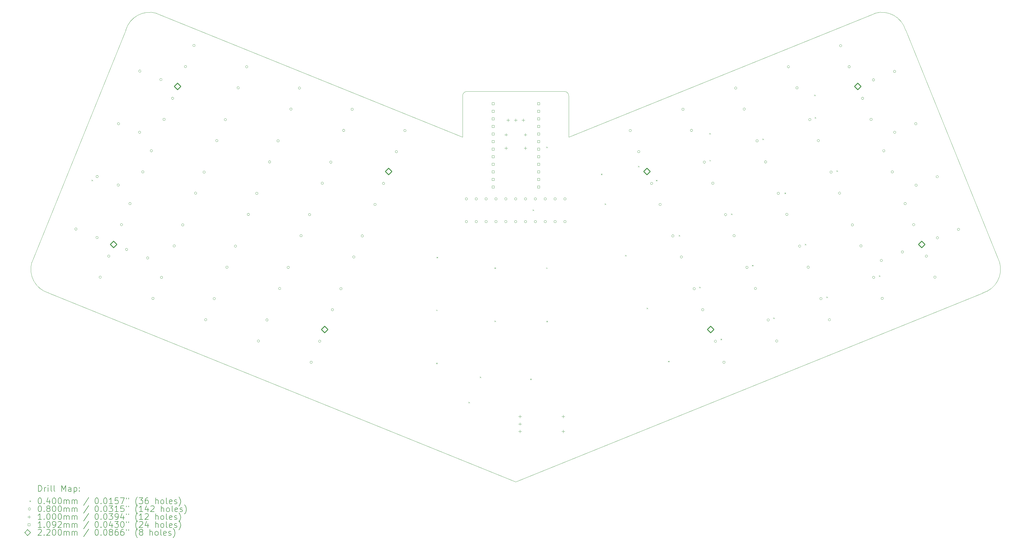
<source format=gbr>
%TF.GenerationSoftware,KiCad,Pcbnew,8.0.2*%
%TF.CreationDate,2024-05-12T11:37:09+02:00*%
%TF.ProjectId,pterodactyl,70746572-6f64-4616-9374-796c2e6b6963,rev?*%
%TF.SameCoordinates,Original*%
%TF.FileFunction,Drillmap*%
%TF.FilePolarity,Positive*%
%FSLAX45Y45*%
G04 Gerber Fmt 4.5, Leading zero omitted, Abs format (unit mm)*
G04 Created by KiCad (PCBNEW 8.0.2) date 2024-05-12 11:37:09*
%MOMM*%
%LPD*%
G01*
G04 APERTURE LIST*
%ADD10C,0.100000*%
%ADD11C,0.200000*%
%ADD12C,0.109220*%
%ADD13C,0.220000*%
G04 APERTURE END LIST*
D10*
X20140000Y-7900000D02*
X20125000Y-7900000D01*
X18355000Y-8050000D02*
G75*
G02*
X18505000Y-7900000I150000J0D01*
G01*
X18355000Y-8050000D02*
X18355000Y-9170000D01*
X20125000Y-7900000D02*
X18505000Y-7900000D01*
X21760000Y-7900000D02*
G75*
G02*
X21910000Y-8050000I0J-150000D01*
G01*
X7073269Y-5845642D02*
G75*
G02*
X8103311Y-5279764I797961J-232084D01*
G01*
X20132000Y-20999000D02*
X4490553Y-14663260D01*
X18326688Y-9420239D02*
X8103312Y-5279761D01*
X4490553Y-14663260D02*
G75*
G02*
X3924667Y-13633217I232078J797964D01*
G01*
X18355000Y-9170000D02*
X18355000Y-9430000D01*
X7073269Y-5845642D02*
X3924671Y-13633218D01*
X20132000Y-20999000D02*
X35774448Y-14663260D01*
X36340329Y-13633218D02*
G75*
G02*
X35774448Y-14663260I-797962J-232080D01*
G01*
X33191731Y-5845642D02*
X36340329Y-13633218D01*
X21938312Y-9420239D02*
X21910000Y-9430000D01*
X21910000Y-9170000D02*
X21910000Y-9430000D01*
X32161688Y-5279761D02*
G75*
G02*
X33191731Y-5845642I232080J-797962D01*
G01*
X21938312Y-9420239D02*
X32161688Y-5279761D01*
X21910000Y-8050000D02*
X21910000Y-9170000D01*
X20140000Y-7900000D02*
X21760000Y-7900000D01*
X18355000Y-9430000D02*
X18326688Y-9420239D01*
D11*
D10*
X5925670Y-10861582D02*
X5965670Y-10901582D01*
X5965670Y-10861582D02*
X5925670Y-10901582D01*
X17470000Y-15220000D02*
X17510000Y-15260000D01*
X17510000Y-15220000D02*
X17470000Y-15260000D01*
X17470000Y-17000000D02*
X17510000Y-17040000D01*
X17510000Y-17000000D02*
X17470000Y-17040000D01*
X17480000Y-13450000D02*
X17520000Y-13490000D01*
X17520000Y-13450000D02*
X17480000Y-13490000D01*
X18551971Y-18315797D02*
X18591971Y-18355797D01*
X18591971Y-18315797D02*
X18551971Y-18355797D01*
X18928956Y-17466533D02*
X18968956Y-17506533D01*
X18968956Y-17466533D02*
X18928956Y-17506533D01*
X19422345Y-13807143D02*
X19462345Y-13847143D01*
X19462345Y-13807143D02*
X19422345Y-13847143D01*
X19422345Y-15587143D02*
X19462345Y-15627143D01*
X19462345Y-15587143D02*
X19422345Y-15627143D01*
X20619706Y-17539033D02*
X20659706Y-17579033D01*
X20659706Y-17539033D02*
X20619706Y-17579033D01*
X20700000Y-11862500D02*
X20740000Y-11902500D01*
X20740000Y-11862500D02*
X20700000Y-11902500D01*
X21152345Y-13807143D02*
X21192345Y-13847143D01*
X21192345Y-13807143D02*
X21152345Y-13847143D01*
X21159295Y-9753705D02*
X21199295Y-9793705D01*
X21199295Y-9753705D02*
X21159295Y-9793705D01*
X21162345Y-15597143D02*
X21202345Y-15637143D01*
X21202345Y-15597143D02*
X21162345Y-15637143D01*
X22990000Y-10660000D02*
X23030000Y-10700000D01*
X23030000Y-10660000D02*
X22990000Y-10700000D01*
X23114460Y-11660117D02*
X23154460Y-11700117D01*
X23154460Y-11660117D02*
X23114460Y-11700117D01*
X23801957Y-13388425D02*
X23841957Y-13428425D01*
X23841957Y-13388425D02*
X23801957Y-13428425D01*
X24230000Y-10400000D02*
X24270000Y-10440000D01*
X24270000Y-10400000D02*
X24230000Y-10440000D01*
X24517455Y-15159346D02*
X24557455Y-15199346D01*
X24557455Y-15159346D02*
X24517455Y-15199346D01*
X24833123Y-10868664D02*
X24873123Y-10908664D01*
X24873123Y-10868664D02*
X24833123Y-10908664D01*
X25236700Y-16939540D02*
X25276700Y-16979540D01*
X25276700Y-16939540D02*
X25236700Y-16979540D01*
X25591608Y-12719286D02*
X25631608Y-12759286D01*
X25631608Y-12719286D02*
X25591608Y-12759286D01*
X26282850Y-14456866D02*
X26322850Y-14496866D01*
X26322850Y-14456866D02*
X26282850Y-14496866D01*
X26620000Y-9300000D02*
X26660000Y-9340000D01*
X26660000Y-9300000D02*
X26620000Y-9340000D01*
X26622774Y-10199525D02*
X26662774Y-10239525D01*
X26662774Y-10199525D02*
X26622774Y-10239525D01*
X26996383Y-16196225D02*
X27036383Y-16236225D01*
X27036383Y-16196225D02*
X26996383Y-16236225D01*
X27349511Y-11998261D02*
X27389511Y-12038261D01*
X27389511Y-11998261D02*
X27349511Y-12038261D01*
X28046280Y-13722823D02*
X28086280Y-13762823D01*
X28086280Y-13722823D02*
X28046280Y-13762823D01*
X28393696Y-9484026D02*
X28433696Y-9524026D01*
X28433696Y-9484026D02*
X28393696Y-9524026D01*
X28758032Y-15484473D02*
X28798032Y-15524473D01*
X28798032Y-15484473D02*
X28758032Y-15524473D01*
X29137196Y-11297560D02*
X29177196Y-11337560D01*
X29177196Y-11297560D02*
X29137196Y-11337560D01*
X29820947Y-13016597D02*
X29860947Y-13056597D01*
X29860947Y-13016597D02*
X29820947Y-13056597D01*
X30130000Y-8010000D02*
X30170000Y-8050000D01*
X30170000Y-8010000D02*
X30130000Y-8050000D01*
X30151599Y-8763002D02*
X30191599Y-8803002D01*
X30191599Y-8763002D02*
X30151599Y-8803002D01*
X30536445Y-14787518D02*
X30576445Y-14827518D01*
X30576445Y-14787518D02*
X30536445Y-14827518D01*
X30874590Y-10552467D02*
X30914590Y-10592467D01*
X30914590Y-10552467D02*
X30874590Y-10592467D01*
X32298095Y-14075765D02*
X32338095Y-14115765D01*
X32338095Y-14075765D02*
X32298095Y-14115765D01*
X5442246Y-12517749D02*
G75*
G02*
X5362246Y-12517749I-40000J0D01*
G01*
X5362246Y-12517749D02*
G75*
G02*
X5442246Y-12517749I40000J0D01*
G01*
X6148760Y-12803199D02*
G75*
G02*
X6068760Y-12803199I-40000J0D01*
G01*
X6068760Y-12803199D02*
G75*
G02*
X6148760Y-12803199I40000J0D01*
G01*
X6153641Y-10756984D02*
G75*
G02*
X6073641Y-10756984I-40000J0D01*
G01*
X6073641Y-10756984D02*
G75*
G02*
X6153641Y-10756984I40000J0D01*
G01*
X6257121Y-14132544D02*
G75*
G02*
X6177121Y-14132544I-40000J0D01*
G01*
X6177121Y-14132544D02*
G75*
G02*
X6257121Y-14132544I40000J0D01*
G01*
X6542572Y-13426030D02*
G75*
G02*
X6462572Y-13426030I-40000J0D01*
G01*
X6462572Y-13426030D02*
G75*
G02*
X6542572Y-13426030I40000J0D01*
G01*
X6860155Y-11042434D02*
G75*
G02*
X6780155Y-11042434I-40000J0D01*
G01*
X6780155Y-11042434D02*
G75*
G02*
X6860155Y-11042434I40000J0D01*
G01*
X6869139Y-8986063D02*
G75*
G02*
X6789139Y-8986063I-40000J0D01*
G01*
X6789139Y-8986063D02*
G75*
G02*
X6869139Y-8986063I40000J0D01*
G01*
X6968874Y-12370894D02*
G75*
G02*
X6888874Y-12370894I-40000J0D01*
G01*
X6888874Y-12370894D02*
G75*
G02*
X6968874Y-12370894I40000J0D01*
G01*
X7138992Y-13203279D02*
G75*
G02*
X7058992Y-13203279I-40000J0D01*
G01*
X7058992Y-13203279D02*
G75*
G02*
X7138992Y-13203279I40000J0D01*
G01*
X7254324Y-11664380D02*
G75*
G02*
X7174324Y-11664380I-40000J0D01*
G01*
X7174324Y-11664380D02*
G75*
G02*
X7254324Y-11664380I40000J0D01*
G01*
X7575654Y-9271513D02*
G75*
G02*
X7495654Y-9271513I-40000J0D01*
G01*
X7495654Y-9271513D02*
G75*
G02*
X7575654Y-9271513I40000J0D01*
G01*
X7583122Y-7218893D02*
G75*
G02*
X7503122Y-7218893I-40000J0D01*
G01*
X7503122Y-7218893D02*
G75*
G02*
X7583122Y-7218893I40000J0D01*
G01*
X7684372Y-10599973D02*
G75*
G02*
X7604372Y-10599973I-40000J0D01*
G01*
X7604372Y-10599973D02*
G75*
G02*
X7684372Y-10599973I40000J0D01*
G01*
X7845506Y-13488729D02*
G75*
G02*
X7765506Y-13488729I-40000J0D01*
G01*
X7765506Y-13488729D02*
G75*
G02*
X7845506Y-13488729I40000J0D01*
G01*
X7969823Y-9893459D02*
G75*
G02*
X7889823Y-9893459I-40000J0D01*
G01*
X7889823Y-9893459D02*
G75*
G02*
X7969823Y-9893459I40000J0D01*
G01*
X8023406Y-14846169D02*
G75*
G02*
X7943406Y-14846169I-40000J0D01*
G01*
X7943406Y-14846169D02*
G75*
G02*
X8023406Y-14846169I40000J0D01*
G01*
X8289636Y-7504343D02*
G75*
G02*
X8209636Y-7504343I-40000J0D01*
G01*
X8209636Y-7504343D02*
G75*
G02*
X8289636Y-7504343I40000J0D01*
G01*
X8308857Y-14139655D02*
G75*
G02*
X8228857Y-14139655I-40000J0D01*
G01*
X8228857Y-14139655D02*
G75*
G02*
X8308857Y-14139655I40000J0D01*
G01*
X8395750Y-8839251D02*
G75*
G02*
X8315750Y-8839251I-40000J0D01*
G01*
X8315750Y-8839251D02*
G75*
G02*
X8395750Y-8839251I40000J0D01*
G01*
X8681200Y-8132737D02*
G75*
G02*
X8601200Y-8132737I-40000J0D01*
G01*
X8601200Y-8132737D02*
G75*
G02*
X8681200Y-8132737I40000J0D01*
G01*
X8735159Y-13084520D02*
G75*
G02*
X8655159Y-13084520I-40000J0D01*
G01*
X8655159Y-13084520D02*
G75*
G02*
X8735159Y-13084520I40000J0D01*
G01*
X9020609Y-12378006D02*
G75*
G02*
X8940609Y-12378006I-40000J0D01*
G01*
X8940609Y-12378006D02*
G75*
G02*
X9020609Y-12378006I40000J0D01*
G01*
X9111624Y-7067403D02*
G75*
G02*
X9031624Y-7067403I-40000J0D01*
G01*
X9031624Y-7067403D02*
G75*
G02*
X9111624Y-7067403I40000J0D01*
G01*
X9397074Y-6360888D02*
G75*
G02*
X9317074Y-6360888I-40000J0D01*
G01*
X9317074Y-6360888D02*
G75*
G02*
X9397074Y-6360888I40000J0D01*
G01*
X9450658Y-11313599D02*
G75*
G02*
X9370658Y-11313599I-40000J0D01*
G01*
X9370658Y-11313599D02*
G75*
G02*
X9450658Y-11313599I40000J0D01*
G01*
X9736108Y-10607085D02*
G75*
G02*
X9656108Y-10607085I-40000J0D01*
G01*
X9656108Y-10607085D02*
G75*
G02*
X9736108Y-10607085I40000J0D01*
G01*
X9789692Y-15559795D02*
G75*
G02*
X9709692Y-15559795I-40000J0D01*
G01*
X9709692Y-15559795D02*
G75*
G02*
X9789692Y-15559795I40000J0D01*
G01*
X10075142Y-14853281D02*
G75*
G02*
X9995142Y-14853281I-40000J0D01*
G01*
X9995142Y-14853281D02*
G75*
G02*
X10075142Y-14853281I40000J0D01*
G01*
X10162036Y-9552877D02*
G75*
G02*
X10082036Y-9552877I-40000J0D01*
G01*
X10082036Y-9552877D02*
G75*
G02*
X10162036Y-9552877I40000J0D01*
G01*
X10447486Y-8846363D02*
G75*
G02*
X10367486Y-8846363I-40000J0D01*
G01*
X10367486Y-8846363D02*
G75*
G02*
X10447486Y-8846363I40000J0D01*
G01*
X10501445Y-13798146D02*
G75*
G02*
X10421445Y-13798146I-40000J0D01*
G01*
X10421445Y-13798146D02*
G75*
G02*
X10501445Y-13798146I40000J0D01*
G01*
X10786895Y-13091631D02*
G75*
G02*
X10706895Y-13091631I-40000J0D01*
G01*
X10706895Y-13091631D02*
G75*
G02*
X10786895Y-13091631I40000J0D01*
G01*
X10877909Y-7781028D02*
G75*
G02*
X10797909Y-7781028I-40000J0D01*
G01*
X10797909Y-7781028D02*
G75*
G02*
X10877909Y-7781028I40000J0D01*
G01*
X11163359Y-7074514D02*
G75*
G02*
X11083359Y-7074514I-40000J0D01*
G01*
X11083359Y-7074514D02*
G75*
G02*
X11163359Y-7074514I40000J0D01*
G01*
X11216943Y-12027224D02*
G75*
G02*
X11136943Y-12027224I-40000J0D01*
G01*
X11136943Y-12027224D02*
G75*
G02*
X11216943Y-12027224I40000J0D01*
G01*
X11502393Y-11320710D02*
G75*
G02*
X11422393Y-11320710I-40000J0D01*
G01*
X11422393Y-11320710D02*
G75*
G02*
X11502393Y-11320710I40000J0D01*
G01*
X11555977Y-16273420D02*
G75*
G02*
X11475977Y-16273420I-40000J0D01*
G01*
X11475977Y-16273420D02*
G75*
G02*
X11555977Y-16273420I40000J0D01*
G01*
X11841427Y-15566906D02*
G75*
G02*
X11761427Y-15566906I-40000J0D01*
G01*
X11761427Y-15566906D02*
G75*
G02*
X11841427Y-15566906I40000J0D01*
G01*
X11928321Y-10266502D02*
G75*
G02*
X11848321Y-10266502I-40000J0D01*
G01*
X11848321Y-10266502D02*
G75*
G02*
X11928321Y-10266502I40000J0D01*
G01*
X12213771Y-9559988D02*
G75*
G02*
X12133771Y-9559988I-40000J0D01*
G01*
X12133771Y-9559988D02*
G75*
G02*
X12213771Y-9559988I40000J0D01*
G01*
X12267729Y-14511771D02*
G75*
G02*
X12187729Y-14511771I-40000J0D01*
G01*
X12187729Y-14511771D02*
G75*
G02*
X12267729Y-14511771I40000J0D01*
G01*
X12553180Y-13805257D02*
G75*
G02*
X12473180Y-13805257I-40000J0D01*
G01*
X12473180Y-13805257D02*
G75*
G02*
X12553180Y-13805257I40000J0D01*
G01*
X12644194Y-8494654D02*
G75*
G02*
X12564194Y-8494654I-40000J0D01*
G01*
X12564194Y-8494654D02*
G75*
G02*
X12644194Y-8494654I40000J0D01*
G01*
X12929644Y-7788140D02*
G75*
G02*
X12849644Y-7788140I-40000J0D01*
G01*
X12849644Y-7788140D02*
G75*
G02*
X12929644Y-7788140I40000J0D01*
G01*
X12983228Y-12740850D02*
G75*
G02*
X12903228Y-12740850I-40000J0D01*
G01*
X12903228Y-12740850D02*
G75*
G02*
X12983228Y-12740850I40000J0D01*
G01*
X13268678Y-12034336D02*
G75*
G02*
X13188678Y-12034336I-40000J0D01*
G01*
X13188678Y-12034336D02*
G75*
G02*
X13268678Y-12034336I40000J0D01*
G01*
X13322262Y-16987046D02*
G75*
G02*
X13242262Y-16987046I-40000J0D01*
G01*
X13242262Y-16987046D02*
G75*
G02*
X13322262Y-16987046I40000J0D01*
G01*
X13607712Y-16280532D02*
G75*
G02*
X13527712Y-16280532I-40000J0D01*
G01*
X13527712Y-16280532D02*
G75*
G02*
X13607712Y-16280532I40000J0D01*
G01*
X13694606Y-10980128D02*
G75*
G02*
X13614606Y-10980128I-40000J0D01*
G01*
X13614606Y-10980128D02*
G75*
G02*
X13694606Y-10980128I40000J0D01*
G01*
X13980056Y-10273614D02*
G75*
G02*
X13900056Y-10273614I-40000J0D01*
G01*
X13900056Y-10273614D02*
G75*
G02*
X13980056Y-10273614I40000J0D01*
G01*
X14034015Y-15225397D02*
G75*
G02*
X13954015Y-15225397I-40000J0D01*
G01*
X13954015Y-15225397D02*
G75*
G02*
X14034015Y-15225397I40000J0D01*
G01*
X14319465Y-14518882D02*
G75*
G02*
X14239465Y-14518882I-40000J0D01*
G01*
X14239465Y-14518882D02*
G75*
G02*
X14319465Y-14518882I40000J0D01*
G01*
X14410479Y-9208279D02*
G75*
G02*
X14330479Y-9208279I-40000J0D01*
G01*
X14330479Y-9208279D02*
G75*
G02*
X14410479Y-9208279I40000J0D01*
G01*
X14695929Y-8501765D02*
G75*
G02*
X14615929Y-8501765I-40000J0D01*
G01*
X14615929Y-8501765D02*
G75*
G02*
X14695929Y-8501765I40000J0D01*
G01*
X14749513Y-13454475D02*
G75*
G02*
X14669513Y-13454475I-40000J0D01*
G01*
X14669513Y-13454475D02*
G75*
G02*
X14749513Y-13454475I40000J0D01*
G01*
X15034964Y-12747961D02*
G75*
G02*
X14954964Y-12747961I-40000J0D01*
G01*
X14954964Y-12747961D02*
G75*
G02*
X15034964Y-12747961I40000J0D01*
G01*
X15460891Y-11693753D02*
G75*
G02*
X15380891Y-11693753I-40000J0D01*
G01*
X15380891Y-11693753D02*
G75*
G02*
X15460891Y-11693753I40000J0D01*
G01*
X15746341Y-10987239D02*
G75*
G02*
X15666341Y-10987239I-40000J0D01*
G01*
X15666341Y-10987239D02*
G75*
G02*
X15746341Y-10987239I40000J0D01*
G01*
X16176765Y-9921905D02*
G75*
G02*
X16096765Y-9921905I-40000J0D01*
G01*
X16096765Y-9921905D02*
G75*
G02*
X16176765Y-9921905I40000J0D01*
G01*
X16462215Y-9215391D02*
G75*
G02*
X16382215Y-9215391I-40000J0D01*
G01*
X16382215Y-9215391D02*
G75*
G02*
X16462215Y-9215391I40000J0D01*
G01*
X18522346Y-11506143D02*
G75*
G02*
X18442346Y-11506143I-40000J0D01*
G01*
X18442346Y-11506143D02*
G75*
G02*
X18522346Y-11506143I40000J0D01*
G01*
X18522346Y-12268143D02*
G75*
G02*
X18442346Y-12268143I-40000J0D01*
G01*
X18442346Y-12268143D02*
G75*
G02*
X18522346Y-12268143I40000J0D01*
G01*
X18852346Y-11506143D02*
G75*
G02*
X18772346Y-11506143I-40000J0D01*
G01*
X18772346Y-11506143D02*
G75*
G02*
X18852346Y-11506143I40000J0D01*
G01*
X18852346Y-12268143D02*
G75*
G02*
X18772346Y-12268143I-40000J0D01*
G01*
X18772346Y-12268143D02*
G75*
G02*
X18852346Y-12268143I40000J0D01*
G01*
X19182346Y-11506143D02*
G75*
G02*
X19102346Y-11506143I-40000J0D01*
G01*
X19102346Y-11506143D02*
G75*
G02*
X19182346Y-11506143I40000J0D01*
G01*
X19182346Y-12268143D02*
G75*
G02*
X19102346Y-12268143I-40000J0D01*
G01*
X19102346Y-12268143D02*
G75*
G02*
X19182346Y-12268143I40000J0D01*
G01*
X19512346Y-11506143D02*
G75*
G02*
X19432346Y-11506143I-40000J0D01*
G01*
X19432346Y-11506143D02*
G75*
G02*
X19512346Y-11506143I40000J0D01*
G01*
X19512346Y-12268143D02*
G75*
G02*
X19432346Y-12268143I-40000J0D01*
G01*
X19432346Y-12268143D02*
G75*
G02*
X19512346Y-12268143I40000J0D01*
G01*
X19842346Y-11506143D02*
G75*
G02*
X19762346Y-11506143I-40000J0D01*
G01*
X19762346Y-11506143D02*
G75*
G02*
X19842346Y-11506143I40000J0D01*
G01*
X19842346Y-12268143D02*
G75*
G02*
X19762346Y-12268143I-40000J0D01*
G01*
X19762346Y-12268143D02*
G75*
G02*
X19842346Y-12268143I40000J0D01*
G01*
X20172345Y-11506143D02*
G75*
G02*
X20092345Y-11506143I-40000J0D01*
G01*
X20092345Y-11506143D02*
G75*
G02*
X20172345Y-11506143I40000J0D01*
G01*
X20172345Y-12268143D02*
G75*
G02*
X20092345Y-12268143I-40000J0D01*
G01*
X20092345Y-12268143D02*
G75*
G02*
X20172345Y-12268143I40000J0D01*
G01*
X20502345Y-11506143D02*
G75*
G02*
X20422345Y-11506143I-40000J0D01*
G01*
X20422345Y-11506143D02*
G75*
G02*
X20502345Y-11506143I40000J0D01*
G01*
X20502345Y-12268143D02*
G75*
G02*
X20422345Y-12268143I-40000J0D01*
G01*
X20422345Y-12268143D02*
G75*
G02*
X20502345Y-12268143I40000J0D01*
G01*
X20832345Y-11506143D02*
G75*
G02*
X20752345Y-11506143I-40000J0D01*
G01*
X20752345Y-11506143D02*
G75*
G02*
X20832345Y-11506143I40000J0D01*
G01*
X20832345Y-12268143D02*
G75*
G02*
X20752345Y-12268143I-40000J0D01*
G01*
X20752345Y-12268143D02*
G75*
G02*
X20832345Y-12268143I40000J0D01*
G01*
X21162345Y-11506143D02*
G75*
G02*
X21082345Y-11506143I-40000J0D01*
G01*
X21082345Y-11506143D02*
G75*
G02*
X21162345Y-11506143I40000J0D01*
G01*
X21162345Y-12268143D02*
G75*
G02*
X21082345Y-12268143I-40000J0D01*
G01*
X21082345Y-12268143D02*
G75*
G02*
X21162345Y-12268143I40000J0D01*
G01*
X21492345Y-11506143D02*
G75*
G02*
X21412345Y-11506143I-40000J0D01*
G01*
X21412345Y-11506143D02*
G75*
G02*
X21492345Y-11506143I40000J0D01*
G01*
X21492345Y-12268143D02*
G75*
G02*
X21412345Y-12268143I-40000J0D01*
G01*
X21412345Y-12268143D02*
G75*
G02*
X21492345Y-12268143I40000J0D01*
G01*
X21822345Y-11506143D02*
G75*
G02*
X21742345Y-11506143I-40000J0D01*
G01*
X21742345Y-11506143D02*
G75*
G02*
X21822345Y-11506143I40000J0D01*
G01*
X21822345Y-12268143D02*
G75*
G02*
X21742345Y-12268143I-40000J0D01*
G01*
X21742345Y-12268143D02*
G75*
G02*
X21822345Y-12268143I40000J0D01*
G01*
X24009426Y-9215310D02*
G75*
G02*
X23929426Y-9215310I-40000J0D01*
G01*
X23929426Y-9215310D02*
G75*
G02*
X24009426Y-9215310I40000J0D01*
G01*
X24294876Y-9921824D02*
G75*
G02*
X24214876Y-9921824I-40000J0D01*
G01*
X24214876Y-9921824D02*
G75*
G02*
X24294876Y-9921824I40000J0D01*
G01*
X24725299Y-10987158D02*
G75*
G02*
X24645299Y-10987158I-40000J0D01*
G01*
X24645299Y-10987158D02*
G75*
G02*
X24725299Y-10987158I40000J0D01*
G01*
X25010749Y-11693672D02*
G75*
G02*
X24930749Y-11693672I-40000J0D01*
G01*
X24930749Y-11693672D02*
G75*
G02*
X25010749Y-11693672I40000J0D01*
G01*
X25436677Y-12747880D02*
G75*
G02*
X25356677Y-12747880I-40000J0D01*
G01*
X25356677Y-12747880D02*
G75*
G02*
X25436677Y-12747880I40000J0D01*
G01*
X25722127Y-13454394D02*
G75*
G02*
X25642127Y-13454394I-40000J0D01*
G01*
X25642127Y-13454394D02*
G75*
G02*
X25722127Y-13454394I40000J0D01*
G01*
X25775711Y-8501684D02*
G75*
G02*
X25695711Y-8501684I-40000J0D01*
G01*
X25695711Y-8501684D02*
G75*
G02*
X25775711Y-8501684I40000J0D01*
G01*
X26061161Y-9208198D02*
G75*
G02*
X25981161Y-9208198I-40000J0D01*
G01*
X25981161Y-9208198D02*
G75*
G02*
X26061161Y-9208198I40000J0D01*
G01*
X26152176Y-14518801D02*
G75*
G02*
X26072176Y-14518801I-40000J0D01*
G01*
X26072176Y-14518801D02*
G75*
G02*
X26152176Y-14518801I40000J0D01*
G01*
X26437626Y-15225315D02*
G75*
G02*
X26357626Y-15225315I-40000J0D01*
G01*
X26357626Y-15225315D02*
G75*
G02*
X26437626Y-15225315I40000J0D01*
G01*
X26491584Y-10273532D02*
G75*
G02*
X26411584Y-10273532I-40000J0D01*
G01*
X26411584Y-10273532D02*
G75*
G02*
X26491584Y-10273532I40000J0D01*
G01*
X26777034Y-10980046D02*
G75*
G02*
X26697034Y-10980046I-40000J0D01*
G01*
X26697034Y-10980046D02*
G75*
G02*
X26777034Y-10980046I40000J0D01*
G01*
X26863928Y-16280450D02*
G75*
G02*
X26783928Y-16280450I-40000J0D01*
G01*
X26783928Y-16280450D02*
G75*
G02*
X26863928Y-16280450I40000J0D01*
G01*
X27149378Y-16986965D02*
G75*
G02*
X27069378Y-16986965I-40000J0D01*
G01*
X27069378Y-16986965D02*
G75*
G02*
X27149378Y-16986965I40000J0D01*
G01*
X27202962Y-12034254D02*
G75*
G02*
X27122962Y-12034254I-40000J0D01*
G01*
X27122962Y-12034254D02*
G75*
G02*
X27202962Y-12034254I40000J0D01*
G01*
X27488412Y-12740769D02*
G75*
G02*
X27408412Y-12740769I-40000J0D01*
G01*
X27408412Y-12740769D02*
G75*
G02*
X27488412Y-12740769I40000J0D01*
G01*
X27541996Y-7788058D02*
G75*
G02*
X27461996Y-7788058I-40000J0D01*
G01*
X27461996Y-7788058D02*
G75*
G02*
X27541996Y-7788058I40000J0D01*
G01*
X27827447Y-8494573D02*
G75*
G02*
X27747447Y-8494573I-40000J0D01*
G01*
X27747447Y-8494573D02*
G75*
G02*
X27827447Y-8494573I40000J0D01*
G01*
X27918461Y-13805176D02*
G75*
G02*
X27838461Y-13805176I-40000J0D01*
G01*
X27838461Y-13805176D02*
G75*
G02*
X27918461Y-13805176I40000J0D01*
G01*
X28203911Y-14511690D02*
G75*
G02*
X28123911Y-14511690I-40000J0D01*
G01*
X28123911Y-14511690D02*
G75*
G02*
X28203911Y-14511690I40000J0D01*
G01*
X28257869Y-9559907D02*
G75*
G02*
X28177869Y-9559907I-40000J0D01*
G01*
X28177869Y-9559907D02*
G75*
G02*
X28257869Y-9559907I40000J0D01*
G01*
X28543320Y-10266421D02*
G75*
G02*
X28463320Y-10266421I-40000J0D01*
G01*
X28463320Y-10266421D02*
G75*
G02*
X28543320Y-10266421I40000J0D01*
G01*
X28630213Y-15566825D02*
G75*
G02*
X28550213Y-15566825I-40000J0D01*
G01*
X28550213Y-15566825D02*
G75*
G02*
X28630213Y-15566825I40000J0D01*
G01*
X28915664Y-16273339D02*
G75*
G02*
X28835664Y-16273339I-40000J0D01*
G01*
X28835664Y-16273339D02*
G75*
G02*
X28915664Y-16273339I40000J0D01*
G01*
X28969247Y-11320629D02*
G75*
G02*
X28889247Y-11320629I-40000J0D01*
G01*
X28889247Y-11320629D02*
G75*
G02*
X28969247Y-11320629I40000J0D01*
G01*
X29254698Y-12027143D02*
G75*
G02*
X29174698Y-12027143I-40000J0D01*
G01*
X29174698Y-12027143D02*
G75*
G02*
X29254698Y-12027143I40000J0D01*
G01*
X29308282Y-7074433D02*
G75*
G02*
X29228282Y-7074433I-40000J0D01*
G01*
X29228282Y-7074433D02*
G75*
G02*
X29308282Y-7074433I40000J0D01*
G01*
X29593732Y-7780947D02*
G75*
G02*
X29513732Y-7780947I-40000J0D01*
G01*
X29513732Y-7780947D02*
G75*
G02*
X29593732Y-7780947I40000J0D01*
G01*
X29684746Y-13091550D02*
G75*
G02*
X29604746Y-13091550I-40000J0D01*
G01*
X29604746Y-13091550D02*
G75*
G02*
X29684746Y-13091550I40000J0D01*
G01*
X29970196Y-13798064D02*
G75*
G02*
X29890196Y-13798064I-40000J0D01*
G01*
X29890196Y-13798064D02*
G75*
G02*
X29970196Y-13798064I40000J0D01*
G01*
X30024155Y-8846281D02*
G75*
G02*
X29944155Y-8846281I-40000J0D01*
G01*
X29944155Y-8846281D02*
G75*
G02*
X30024155Y-8846281I40000J0D01*
G01*
X30309605Y-9552795D02*
G75*
G02*
X30229605Y-9552795I-40000J0D01*
G01*
X30229605Y-9552795D02*
G75*
G02*
X30309605Y-9552795I40000J0D01*
G01*
X30396499Y-14853199D02*
G75*
G02*
X30316499Y-14853199I-40000J0D01*
G01*
X30316499Y-14853199D02*
G75*
G02*
X30396499Y-14853199I40000J0D01*
G01*
X30681949Y-15559713D02*
G75*
G02*
X30601949Y-15559713I-40000J0D01*
G01*
X30601949Y-15559713D02*
G75*
G02*
X30681949Y-15559713I40000J0D01*
G01*
X30735533Y-10607003D02*
G75*
G02*
X30655533Y-10607003I-40000J0D01*
G01*
X30655533Y-10607003D02*
G75*
G02*
X30735533Y-10607003I40000J0D01*
G01*
X31020983Y-11313517D02*
G75*
G02*
X30940983Y-11313517I-40000J0D01*
G01*
X30940983Y-11313517D02*
G75*
G02*
X31020983Y-11313517I40000J0D01*
G01*
X31056904Y-6367944D02*
G75*
G02*
X30976904Y-6367944I-40000J0D01*
G01*
X30976904Y-6367944D02*
G75*
G02*
X31056904Y-6367944I40000J0D01*
G01*
X31342354Y-7074458D02*
G75*
G02*
X31262354Y-7074458I-40000J0D01*
G01*
X31262354Y-7074458D02*
G75*
G02*
X31342354Y-7074458I40000J0D01*
G01*
X31451031Y-12377924D02*
G75*
G02*
X31371031Y-12377924I-40000J0D01*
G01*
X31371031Y-12377924D02*
G75*
G02*
X31451031Y-12377924I40000J0D01*
G01*
X31736481Y-13084439D02*
G75*
G02*
X31656481Y-13084439I-40000J0D01*
G01*
X31656481Y-13084439D02*
G75*
G02*
X31736481Y-13084439I40000J0D01*
G01*
X31790440Y-8132656D02*
G75*
G02*
X31710440Y-8132656I-40000J0D01*
G01*
X31710440Y-8132656D02*
G75*
G02*
X31790440Y-8132656I40000J0D01*
G01*
X32075890Y-8839170D02*
G75*
G02*
X31995890Y-8839170I-40000J0D01*
G01*
X31995890Y-8839170D02*
G75*
G02*
X32075890Y-8839170I40000J0D01*
G01*
X32157014Y-7514359D02*
G75*
G02*
X32077014Y-7514359I-40000J0D01*
G01*
X32077014Y-7514359D02*
G75*
G02*
X32157014Y-7514359I40000J0D01*
G01*
X32162784Y-14139574D02*
G75*
G02*
X32082784Y-14139574I-40000J0D01*
G01*
X32082784Y-14139574D02*
G75*
G02*
X32162784Y-14139574I40000J0D01*
G01*
X32419741Y-13572036D02*
G75*
G02*
X32339741Y-13572036I-40000J0D01*
G01*
X32339741Y-13572036D02*
G75*
G02*
X32419741Y-13572036I40000J0D01*
G01*
X32448234Y-14846088D02*
G75*
G02*
X32368234Y-14846088I-40000J0D01*
G01*
X32368234Y-14846088D02*
G75*
G02*
X32448234Y-14846088I40000J0D01*
G01*
X32501818Y-9893378D02*
G75*
G02*
X32421818Y-9893378I-40000J0D01*
G01*
X32421818Y-9893378D02*
G75*
G02*
X32501818Y-9893378I40000J0D01*
G01*
X32787268Y-10599892D02*
G75*
G02*
X32707268Y-10599892I-40000J0D01*
G01*
X32707268Y-10599892D02*
G75*
G02*
X32787268Y-10599892I40000J0D01*
G01*
X32863528Y-7228908D02*
G75*
G02*
X32783528Y-7228908I-40000J0D01*
G01*
X32783528Y-7228908D02*
G75*
G02*
X32863528Y-7228908I40000J0D01*
G01*
X32867310Y-9272401D02*
G75*
G02*
X32787310Y-9272401I-40000J0D01*
G01*
X32787310Y-9272401D02*
G75*
G02*
X32867310Y-9272401I40000J0D01*
G01*
X33126255Y-13286586D02*
G75*
G02*
X33046255Y-13286586I-40000J0D01*
G01*
X33046255Y-13286586D02*
G75*
G02*
X33126255Y-13286586I40000J0D01*
G01*
X33217317Y-11664299D02*
G75*
G02*
X33137317Y-11664299I-40000J0D01*
G01*
X33137317Y-11664299D02*
G75*
G02*
X33217317Y-11664299I40000J0D01*
G01*
X33502767Y-12370813D02*
G75*
G02*
X33422767Y-12370813I-40000J0D01*
G01*
X33422767Y-12370813D02*
G75*
G02*
X33502767Y-12370813I40000J0D01*
G01*
X33573824Y-8986951D02*
G75*
G02*
X33493824Y-8986951I-40000J0D01*
G01*
X33493824Y-8986951D02*
G75*
G02*
X33573824Y-8986951I40000J0D01*
G01*
X33584266Y-11046929D02*
G75*
G02*
X33504265Y-11046929I-40000J0D01*
G01*
X33504265Y-11046929D02*
G75*
G02*
X33584266Y-11046929I40000J0D01*
G01*
X33929069Y-13425948D02*
G75*
G02*
X33849069Y-13425948I-40000J0D01*
G01*
X33849069Y-13425948D02*
G75*
G02*
X33929069Y-13425948I40000J0D01*
G01*
X34214519Y-14132462D02*
G75*
G02*
X34134519Y-14132462I-40000J0D01*
G01*
X34134519Y-14132462D02*
G75*
G02*
X34214519Y-14132462I40000J0D01*
G01*
X34290780Y-10761479D02*
G75*
G02*
X34210780Y-10761479I-40000J0D01*
G01*
X34210780Y-10761479D02*
G75*
G02*
X34290780Y-10761479I40000J0D01*
G01*
X34297891Y-12813214D02*
G75*
G02*
X34217891Y-12813214I-40000J0D01*
G01*
X34217891Y-12813214D02*
G75*
G02*
X34297891Y-12813214I40000J0D01*
G01*
X35004405Y-12527764D02*
G75*
G02*
X34924405Y-12527764I-40000J0D01*
G01*
X34924405Y-12527764D02*
G75*
G02*
X35004405Y-12527764I40000J0D01*
G01*
X19807346Y-9302143D02*
X19807346Y-9402143D01*
X19757346Y-9352143D02*
X19857346Y-9352143D01*
X19807346Y-9752143D02*
X19807346Y-9852143D01*
X19757346Y-9802143D02*
X19857346Y-9802143D01*
X19876846Y-8814000D02*
X19876846Y-8914000D01*
X19826846Y-8864000D02*
X19926846Y-8864000D01*
X20130846Y-8814000D02*
X20130846Y-8914000D01*
X20080846Y-8864000D02*
X20180846Y-8864000D01*
X20275221Y-18755143D02*
X20275221Y-18855143D01*
X20225221Y-18805143D02*
X20325221Y-18805143D01*
X20275221Y-19005143D02*
X20275221Y-19105143D01*
X20225221Y-19055143D02*
X20325221Y-19055143D01*
X20275221Y-19255143D02*
X20275221Y-19355143D01*
X20225221Y-19305143D02*
X20325221Y-19305143D01*
X20384846Y-8814000D02*
X20384846Y-8914000D01*
X20334846Y-8864000D02*
X20434846Y-8864000D01*
X20457346Y-9302143D02*
X20457346Y-9402143D01*
X20407346Y-9352143D02*
X20507346Y-9352143D01*
X20457346Y-9752143D02*
X20457346Y-9852143D01*
X20407346Y-9802143D02*
X20507346Y-9802143D01*
X21725221Y-18755143D02*
X21725221Y-18855143D01*
X21675221Y-18805143D02*
X21775221Y-18805143D01*
X21725221Y-19255143D02*
X21725221Y-19355143D01*
X21675221Y-19305143D02*
X21775221Y-19305143D01*
D12*
X19408961Y-8345759D02*
X19408961Y-8268528D01*
X19331730Y-8268528D01*
X19331730Y-8345759D01*
X19408961Y-8345759D01*
X19408961Y-8599759D02*
X19408961Y-8522528D01*
X19331730Y-8522528D01*
X19331730Y-8599759D01*
X19408961Y-8599759D01*
X19408961Y-8853759D02*
X19408961Y-8776528D01*
X19331730Y-8776528D01*
X19331730Y-8853759D01*
X19408961Y-8853759D01*
X19408961Y-9107759D02*
X19408961Y-9030528D01*
X19331730Y-9030528D01*
X19331730Y-9107759D01*
X19408961Y-9107759D01*
X19408961Y-9361759D02*
X19408961Y-9284528D01*
X19331730Y-9284528D01*
X19331730Y-9361759D01*
X19408961Y-9361759D01*
X19408961Y-9615759D02*
X19408961Y-9538528D01*
X19331730Y-9538528D01*
X19331730Y-9615759D01*
X19408961Y-9615759D01*
X19408961Y-9869759D02*
X19408961Y-9792528D01*
X19331730Y-9792528D01*
X19331730Y-9869759D01*
X19408961Y-9869759D01*
X19408961Y-10123759D02*
X19408961Y-10046528D01*
X19331730Y-10046528D01*
X19331730Y-10123759D01*
X19408961Y-10123759D01*
X19408961Y-10377759D02*
X19408961Y-10300528D01*
X19331730Y-10300528D01*
X19331730Y-10377759D01*
X19408961Y-10377759D01*
X19408961Y-10631759D02*
X19408961Y-10554528D01*
X19331730Y-10554528D01*
X19331730Y-10631759D01*
X19408961Y-10631759D01*
X19408961Y-10885759D02*
X19408961Y-10808528D01*
X19331730Y-10808528D01*
X19331730Y-10885759D01*
X19408961Y-10885759D01*
X19408961Y-11139759D02*
X19408961Y-11062528D01*
X19331730Y-11062528D01*
X19331730Y-11139759D01*
X19408961Y-11139759D01*
X20932961Y-8345759D02*
X20932961Y-8268528D01*
X20855730Y-8268528D01*
X20855730Y-8345759D01*
X20932961Y-8345759D01*
X20932961Y-8599759D02*
X20932961Y-8522528D01*
X20855730Y-8522528D01*
X20855730Y-8599759D01*
X20932961Y-8599759D01*
X20932961Y-8853759D02*
X20932961Y-8776528D01*
X20855730Y-8776528D01*
X20855730Y-8853759D01*
X20932961Y-8853759D01*
X20932961Y-9107759D02*
X20932961Y-9030528D01*
X20855730Y-9030528D01*
X20855730Y-9107759D01*
X20932961Y-9107759D01*
X20932961Y-9361759D02*
X20932961Y-9284528D01*
X20855730Y-9284528D01*
X20855730Y-9361759D01*
X20932961Y-9361759D01*
X20932961Y-9615759D02*
X20932961Y-9538528D01*
X20855730Y-9538528D01*
X20855730Y-9615759D01*
X20932961Y-9615759D01*
X20932961Y-9869759D02*
X20932961Y-9792528D01*
X20855730Y-9792528D01*
X20855730Y-9869759D01*
X20932961Y-9869759D01*
X20932961Y-10123759D02*
X20932961Y-10046528D01*
X20855730Y-10046528D01*
X20855730Y-10123759D01*
X20932961Y-10123759D01*
X20932961Y-10377759D02*
X20932961Y-10300528D01*
X20855730Y-10300528D01*
X20855730Y-10377759D01*
X20932961Y-10377759D01*
X20932961Y-10631759D02*
X20932961Y-10554528D01*
X20855730Y-10554528D01*
X20855730Y-10631759D01*
X20932961Y-10631759D01*
X20932961Y-10885759D02*
X20932961Y-10808528D01*
X20855730Y-10808528D01*
X20855730Y-10885759D01*
X20932961Y-10885759D01*
X20932961Y-11139759D02*
X20932961Y-11062528D01*
X20855730Y-11062528D01*
X20855730Y-11139759D01*
X20932961Y-11139759D01*
D13*
X6663635Y-13137383D02*
X6773635Y-13027383D01*
X6663635Y-12917383D01*
X6553635Y-13027383D01*
X6663635Y-13137383D01*
X8804512Y-7838527D02*
X8914512Y-7728527D01*
X8804512Y-7618527D01*
X8694512Y-7728527D01*
X8804512Y-7838527D01*
X13728776Y-15991886D02*
X13838776Y-15881886D01*
X13728776Y-15771886D01*
X13618776Y-15881886D01*
X13728776Y-15991886D01*
X15869653Y-10693030D02*
X15979653Y-10583030D01*
X15869653Y-10473030D01*
X15759653Y-10583030D01*
X15869653Y-10693030D01*
X24521988Y-10692949D02*
X24631988Y-10582949D01*
X24521988Y-10472949D01*
X24411988Y-10582949D01*
X24521988Y-10692949D01*
X26662865Y-15991804D02*
X26772865Y-15881804D01*
X26662865Y-15771804D01*
X26552865Y-15881804D01*
X26662865Y-15991804D01*
X31587129Y-7838446D02*
X31697129Y-7728446D01*
X31587129Y-7618446D01*
X31477129Y-7728446D01*
X31587129Y-7838446D01*
X33728006Y-13137302D02*
X33838006Y-13027302D01*
X33728006Y-12917302D01*
X33618006Y-13027302D01*
X33728006Y-13137302D01*
D11*
X4147380Y-21315484D02*
X4147380Y-21115484D01*
X4147380Y-21115484D02*
X4194999Y-21115484D01*
X4194999Y-21115484D02*
X4223571Y-21125008D01*
X4223571Y-21125008D02*
X4242618Y-21144055D01*
X4242618Y-21144055D02*
X4252142Y-21163103D01*
X4252142Y-21163103D02*
X4261666Y-21201198D01*
X4261666Y-21201198D02*
X4261666Y-21229770D01*
X4261666Y-21229770D02*
X4252142Y-21267865D01*
X4252142Y-21267865D02*
X4242618Y-21286912D01*
X4242618Y-21286912D02*
X4223571Y-21305960D01*
X4223571Y-21305960D02*
X4194999Y-21315484D01*
X4194999Y-21315484D02*
X4147380Y-21315484D01*
X4347380Y-21315484D02*
X4347380Y-21182150D01*
X4347380Y-21220246D02*
X4356904Y-21201198D01*
X4356904Y-21201198D02*
X4366428Y-21191674D01*
X4366428Y-21191674D02*
X4385475Y-21182150D01*
X4385475Y-21182150D02*
X4404523Y-21182150D01*
X4471190Y-21315484D02*
X4471190Y-21182150D01*
X4471190Y-21115484D02*
X4461666Y-21125008D01*
X4461666Y-21125008D02*
X4471190Y-21134531D01*
X4471190Y-21134531D02*
X4480713Y-21125008D01*
X4480713Y-21125008D02*
X4471190Y-21115484D01*
X4471190Y-21115484D02*
X4471190Y-21134531D01*
X4594999Y-21315484D02*
X4575952Y-21305960D01*
X4575952Y-21305960D02*
X4566428Y-21286912D01*
X4566428Y-21286912D02*
X4566428Y-21115484D01*
X4699761Y-21315484D02*
X4680713Y-21305960D01*
X4680713Y-21305960D02*
X4671190Y-21286912D01*
X4671190Y-21286912D02*
X4671190Y-21115484D01*
X4928333Y-21315484D02*
X4928333Y-21115484D01*
X4928333Y-21115484D02*
X4994999Y-21258341D01*
X4994999Y-21258341D02*
X5061666Y-21115484D01*
X5061666Y-21115484D02*
X5061666Y-21315484D01*
X5242618Y-21315484D02*
X5242618Y-21210722D01*
X5242618Y-21210722D02*
X5233094Y-21191674D01*
X5233094Y-21191674D02*
X5214047Y-21182150D01*
X5214047Y-21182150D02*
X5175952Y-21182150D01*
X5175952Y-21182150D02*
X5156904Y-21191674D01*
X5242618Y-21305960D02*
X5223571Y-21315484D01*
X5223571Y-21315484D02*
X5175952Y-21315484D01*
X5175952Y-21315484D02*
X5156904Y-21305960D01*
X5156904Y-21305960D02*
X5147380Y-21286912D01*
X5147380Y-21286912D02*
X5147380Y-21267865D01*
X5147380Y-21267865D02*
X5156904Y-21248817D01*
X5156904Y-21248817D02*
X5175952Y-21239293D01*
X5175952Y-21239293D02*
X5223571Y-21239293D01*
X5223571Y-21239293D02*
X5242618Y-21229770D01*
X5337856Y-21182150D02*
X5337856Y-21382150D01*
X5337856Y-21191674D02*
X5356904Y-21182150D01*
X5356904Y-21182150D02*
X5394999Y-21182150D01*
X5394999Y-21182150D02*
X5414047Y-21191674D01*
X5414047Y-21191674D02*
X5423571Y-21201198D01*
X5423571Y-21201198D02*
X5433094Y-21220246D01*
X5433094Y-21220246D02*
X5433094Y-21277389D01*
X5433094Y-21277389D02*
X5423571Y-21296436D01*
X5423571Y-21296436D02*
X5414047Y-21305960D01*
X5414047Y-21305960D02*
X5394999Y-21315484D01*
X5394999Y-21315484D02*
X5356904Y-21315484D01*
X5356904Y-21315484D02*
X5337856Y-21305960D01*
X5518809Y-21296436D02*
X5528333Y-21305960D01*
X5528333Y-21305960D02*
X5518809Y-21315484D01*
X5518809Y-21315484D02*
X5509285Y-21305960D01*
X5509285Y-21305960D02*
X5518809Y-21296436D01*
X5518809Y-21296436D02*
X5518809Y-21315484D01*
X5518809Y-21191674D02*
X5528333Y-21201198D01*
X5528333Y-21201198D02*
X5518809Y-21210722D01*
X5518809Y-21210722D02*
X5509285Y-21201198D01*
X5509285Y-21201198D02*
X5518809Y-21191674D01*
X5518809Y-21191674D02*
X5518809Y-21210722D01*
D10*
X3846603Y-21624000D02*
X3886603Y-21664000D01*
X3886603Y-21624000D02*
X3846603Y-21664000D01*
D11*
X4185475Y-21535484D02*
X4204523Y-21535484D01*
X4204523Y-21535484D02*
X4223571Y-21545008D01*
X4223571Y-21545008D02*
X4233094Y-21554531D01*
X4233094Y-21554531D02*
X4242618Y-21573579D01*
X4242618Y-21573579D02*
X4252142Y-21611674D01*
X4252142Y-21611674D02*
X4252142Y-21659293D01*
X4252142Y-21659293D02*
X4242618Y-21697389D01*
X4242618Y-21697389D02*
X4233094Y-21716436D01*
X4233094Y-21716436D02*
X4223571Y-21725960D01*
X4223571Y-21725960D02*
X4204523Y-21735484D01*
X4204523Y-21735484D02*
X4185475Y-21735484D01*
X4185475Y-21735484D02*
X4166428Y-21725960D01*
X4166428Y-21725960D02*
X4156904Y-21716436D01*
X4156904Y-21716436D02*
X4147380Y-21697389D01*
X4147380Y-21697389D02*
X4137856Y-21659293D01*
X4137856Y-21659293D02*
X4137856Y-21611674D01*
X4137856Y-21611674D02*
X4147380Y-21573579D01*
X4147380Y-21573579D02*
X4156904Y-21554531D01*
X4156904Y-21554531D02*
X4166428Y-21545008D01*
X4166428Y-21545008D02*
X4185475Y-21535484D01*
X4337856Y-21716436D02*
X4347380Y-21725960D01*
X4347380Y-21725960D02*
X4337856Y-21735484D01*
X4337856Y-21735484D02*
X4328333Y-21725960D01*
X4328333Y-21725960D02*
X4337856Y-21716436D01*
X4337856Y-21716436D02*
X4337856Y-21735484D01*
X4518809Y-21602150D02*
X4518809Y-21735484D01*
X4471190Y-21525960D02*
X4423571Y-21668817D01*
X4423571Y-21668817D02*
X4547380Y-21668817D01*
X4661666Y-21535484D02*
X4680714Y-21535484D01*
X4680714Y-21535484D02*
X4699761Y-21545008D01*
X4699761Y-21545008D02*
X4709285Y-21554531D01*
X4709285Y-21554531D02*
X4718809Y-21573579D01*
X4718809Y-21573579D02*
X4728333Y-21611674D01*
X4728333Y-21611674D02*
X4728333Y-21659293D01*
X4728333Y-21659293D02*
X4718809Y-21697389D01*
X4718809Y-21697389D02*
X4709285Y-21716436D01*
X4709285Y-21716436D02*
X4699761Y-21725960D01*
X4699761Y-21725960D02*
X4680714Y-21735484D01*
X4680714Y-21735484D02*
X4661666Y-21735484D01*
X4661666Y-21735484D02*
X4642618Y-21725960D01*
X4642618Y-21725960D02*
X4633094Y-21716436D01*
X4633094Y-21716436D02*
X4623571Y-21697389D01*
X4623571Y-21697389D02*
X4614047Y-21659293D01*
X4614047Y-21659293D02*
X4614047Y-21611674D01*
X4614047Y-21611674D02*
X4623571Y-21573579D01*
X4623571Y-21573579D02*
X4633094Y-21554531D01*
X4633094Y-21554531D02*
X4642618Y-21545008D01*
X4642618Y-21545008D02*
X4661666Y-21535484D01*
X4852142Y-21535484D02*
X4871190Y-21535484D01*
X4871190Y-21535484D02*
X4890237Y-21545008D01*
X4890237Y-21545008D02*
X4899761Y-21554531D01*
X4899761Y-21554531D02*
X4909285Y-21573579D01*
X4909285Y-21573579D02*
X4918809Y-21611674D01*
X4918809Y-21611674D02*
X4918809Y-21659293D01*
X4918809Y-21659293D02*
X4909285Y-21697389D01*
X4909285Y-21697389D02*
X4899761Y-21716436D01*
X4899761Y-21716436D02*
X4890237Y-21725960D01*
X4890237Y-21725960D02*
X4871190Y-21735484D01*
X4871190Y-21735484D02*
X4852142Y-21735484D01*
X4852142Y-21735484D02*
X4833094Y-21725960D01*
X4833094Y-21725960D02*
X4823571Y-21716436D01*
X4823571Y-21716436D02*
X4814047Y-21697389D01*
X4814047Y-21697389D02*
X4804523Y-21659293D01*
X4804523Y-21659293D02*
X4804523Y-21611674D01*
X4804523Y-21611674D02*
X4814047Y-21573579D01*
X4814047Y-21573579D02*
X4823571Y-21554531D01*
X4823571Y-21554531D02*
X4833094Y-21545008D01*
X4833094Y-21545008D02*
X4852142Y-21535484D01*
X5004523Y-21735484D02*
X5004523Y-21602150D01*
X5004523Y-21621198D02*
X5014047Y-21611674D01*
X5014047Y-21611674D02*
X5033094Y-21602150D01*
X5033094Y-21602150D02*
X5061666Y-21602150D01*
X5061666Y-21602150D02*
X5080714Y-21611674D01*
X5080714Y-21611674D02*
X5090237Y-21630722D01*
X5090237Y-21630722D02*
X5090237Y-21735484D01*
X5090237Y-21630722D02*
X5099761Y-21611674D01*
X5099761Y-21611674D02*
X5118809Y-21602150D01*
X5118809Y-21602150D02*
X5147380Y-21602150D01*
X5147380Y-21602150D02*
X5166428Y-21611674D01*
X5166428Y-21611674D02*
X5175952Y-21630722D01*
X5175952Y-21630722D02*
X5175952Y-21735484D01*
X5271190Y-21735484D02*
X5271190Y-21602150D01*
X5271190Y-21621198D02*
X5280714Y-21611674D01*
X5280714Y-21611674D02*
X5299761Y-21602150D01*
X5299761Y-21602150D02*
X5328333Y-21602150D01*
X5328333Y-21602150D02*
X5347380Y-21611674D01*
X5347380Y-21611674D02*
X5356904Y-21630722D01*
X5356904Y-21630722D02*
X5356904Y-21735484D01*
X5356904Y-21630722D02*
X5366428Y-21611674D01*
X5366428Y-21611674D02*
X5385475Y-21602150D01*
X5385475Y-21602150D02*
X5414047Y-21602150D01*
X5414047Y-21602150D02*
X5433095Y-21611674D01*
X5433095Y-21611674D02*
X5442618Y-21630722D01*
X5442618Y-21630722D02*
X5442618Y-21735484D01*
X5833094Y-21525960D02*
X5661666Y-21783103D01*
X6090237Y-21535484D02*
X6109285Y-21535484D01*
X6109285Y-21535484D02*
X6128333Y-21545008D01*
X6128333Y-21545008D02*
X6137856Y-21554531D01*
X6137856Y-21554531D02*
X6147380Y-21573579D01*
X6147380Y-21573579D02*
X6156904Y-21611674D01*
X6156904Y-21611674D02*
X6156904Y-21659293D01*
X6156904Y-21659293D02*
X6147380Y-21697389D01*
X6147380Y-21697389D02*
X6137856Y-21716436D01*
X6137856Y-21716436D02*
X6128333Y-21725960D01*
X6128333Y-21725960D02*
X6109285Y-21735484D01*
X6109285Y-21735484D02*
X6090237Y-21735484D01*
X6090237Y-21735484D02*
X6071190Y-21725960D01*
X6071190Y-21725960D02*
X6061666Y-21716436D01*
X6061666Y-21716436D02*
X6052142Y-21697389D01*
X6052142Y-21697389D02*
X6042618Y-21659293D01*
X6042618Y-21659293D02*
X6042618Y-21611674D01*
X6042618Y-21611674D02*
X6052142Y-21573579D01*
X6052142Y-21573579D02*
X6061666Y-21554531D01*
X6061666Y-21554531D02*
X6071190Y-21545008D01*
X6071190Y-21545008D02*
X6090237Y-21535484D01*
X6242618Y-21716436D02*
X6252142Y-21725960D01*
X6252142Y-21725960D02*
X6242618Y-21735484D01*
X6242618Y-21735484D02*
X6233095Y-21725960D01*
X6233095Y-21725960D02*
X6242618Y-21716436D01*
X6242618Y-21716436D02*
X6242618Y-21735484D01*
X6375952Y-21535484D02*
X6394999Y-21535484D01*
X6394999Y-21535484D02*
X6414047Y-21545008D01*
X6414047Y-21545008D02*
X6423571Y-21554531D01*
X6423571Y-21554531D02*
X6433095Y-21573579D01*
X6433095Y-21573579D02*
X6442618Y-21611674D01*
X6442618Y-21611674D02*
X6442618Y-21659293D01*
X6442618Y-21659293D02*
X6433095Y-21697389D01*
X6433095Y-21697389D02*
X6423571Y-21716436D01*
X6423571Y-21716436D02*
X6414047Y-21725960D01*
X6414047Y-21725960D02*
X6394999Y-21735484D01*
X6394999Y-21735484D02*
X6375952Y-21735484D01*
X6375952Y-21735484D02*
X6356904Y-21725960D01*
X6356904Y-21725960D02*
X6347380Y-21716436D01*
X6347380Y-21716436D02*
X6337856Y-21697389D01*
X6337856Y-21697389D02*
X6328333Y-21659293D01*
X6328333Y-21659293D02*
X6328333Y-21611674D01*
X6328333Y-21611674D02*
X6337856Y-21573579D01*
X6337856Y-21573579D02*
X6347380Y-21554531D01*
X6347380Y-21554531D02*
X6356904Y-21545008D01*
X6356904Y-21545008D02*
X6375952Y-21535484D01*
X6633095Y-21735484D02*
X6518809Y-21735484D01*
X6575952Y-21735484D02*
X6575952Y-21535484D01*
X6575952Y-21535484D02*
X6556904Y-21564055D01*
X6556904Y-21564055D02*
X6537856Y-21583103D01*
X6537856Y-21583103D02*
X6518809Y-21592627D01*
X6814047Y-21535484D02*
X6718809Y-21535484D01*
X6718809Y-21535484D02*
X6709285Y-21630722D01*
X6709285Y-21630722D02*
X6718809Y-21621198D01*
X6718809Y-21621198D02*
X6737856Y-21611674D01*
X6737856Y-21611674D02*
X6785476Y-21611674D01*
X6785476Y-21611674D02*
X6804523Y-21621198D01*
X6804523Y-21621198D02*
X6814047Y-21630722D01*
X6814047Y-21630722D02*
X6823571Y-21649770D01*
X6823571Y-21649770D02*
X6823571Y-21697389D01*
X6823571Y-21697389D02*
X6814047Y-21716436D01*
X6814047Y-21716436D02*
X6804523Y-21725960D01*
X6804523Y-21725960D02*
X6785476Y-21735484D01*
X6785476Y-21735484D02*
X6737856Y-21735484D01*
X6737856Y-21735484D02*
X6718809Y-21725960D01*
X6718809Y-21725960D02*
X6709285Y-21716436D01*
X6890237Y-21535484D02*
X7023571Y-21535484D01*
X7023571Y-21535484D02*
X6937856Y-21735484D01*
X7090237Y-21535484D02*
X7090237Y-21573579D01*
X7166428Y-21535484D02*
X7166428Y-21573579D01*
X7461666Y-21811674D02*
X7452142Y-21802150D01*
X7452142Y-21802150D02*
X7433095Y-21773579D01*
X7433095Y-21773579D02*
X7423571Y-21754531D01*
X7423571Y-21754531D02*
X7414047Y-21725960D01*
X7414047Y-21725960D02*
X7404523Y-21678341D01*
X7404523Y-21678341D02*
X7404523Y-21640246D01*
X7404523Y-21640246D02*
X7414047Y-21592627D01*
X7414047Y-21592627D02*
X7423571Y-21564055D01*
X7423571Y-21564055D02*
X7433095Y-21545008D01*
X7433095Y-21545008D02*
X7452142Y-21516436D01*
X7452142Y-21516436D02*
X7461666Y-21506912D01*
X7518809Y-21535484D02*
X7642618Y-21535484D01*
X7642618Y-21535484D02*
X7575952Y-21611674D01*
X7575952Y-21611674D02*
X7604523Y-21611674D01*
X7604523Y-21611674D02*
X7623571Y-21621198D01*
X7623571Y-21621198D02*
X7633095Y-21630722D01*
X7633095Y-21630722D02*
X7642618Y-21649770D01*
X7642618Y-21649770D02*
X7642618Y-21697389D01*
X7642618Y-21697389D02*
X7633095Y-21716436D01*
X7633095Y-21716436D02*
X7623571Y-21725960D01*
X7623571Y-21725960D02*
X7604523Y-21735484D01*
X7604523Y-21735484D02*
X7547380Y-21735484D01*
X7547380Y-21735484D02*
X7528333Y-21725960D01*
X7528333Y-21725960D02*
X7518809Y-21716436D01*
X7814047Y-21535484D02*
X7775952Y-21535484D01*
X7775952Y-21535484D02*
X7756904Y-21545008D01*
X7756904Y-21545008D02*
X7747380Y-21554531D01*
X7747380Y-21554531D02*
X7728333Y-21583103D01*
X7728333Y-21583103D02*
X7718809Y-21621198D01*
X7718809Y-21621198D02*
X7718809Y-21697389D01*
X7718809Y-21697389D02*
X7728333Y-21716436D01*
X7728333Y-21716436D02*
X7737857Y-21725960D01*
X7737857Y-21725960D02*
X7756904Y-21735484D01*
X7756904Y-21735484D02*
X7794999Y-21735484D01*
X7794999Y-21735484D02*
X7814047Y-21725960D01*
X7814047Y-21725960D02*
X7823571Y-21716436D01*
X7823571Y-21716436D02*
X7833095Y-21697389D01*
X7833095Y-21697389D02*
X7833095Y-21649770D01*
X7833095Y-21649770D02*
X7823571Y-21630722D01*
X7823571Y-21630722D02*
X7814047Y-21621198D01*
X7814047Y-21621198D02*
X7794999Y-21611674D01*
X7794999Y-21611674D02*
X7756904Y-21611674D01*
X7756904Y-21611674D02*
X7737857Y-21621198D01*
X7737857Y-21621198D02*
X7728333Y-21630722D01*
X7728333Y-21630722D02*
X7718809Y-21649770D01*
X8071190Y-21735484D02*
X8071190Y-21535484D01*
X8156904Y-21735484D02*
X8156904Y-21630722D01*
X8156904Y-21630722D02*
X8147380Y-21611674D01*
X8147380Y-21611674D02*
X8128333Y-21602150D01*
X8128333Y-21602150D02*
X8099761Y-21602150D01*
X8099761Y-21602150D02*
X8080714Y-21611674D01*
X8080714Y-21611674D02*
X8071190Y-21621198D01*
X8280714Y-21735484D02*
X8261666Y-21725960D01*
X8261666Y-21725960D02*
X8252142Y-21716436D01*
X8252142Y-21716436D02*
X8242619Y-21697389D01*
X8242619Y-21697389D02*
X8242619Y-21640246D01*
X8242619Y-21640246D02*
X8252142Y-21621198D01*
X8252142Y-21621198D02*
X8261666Y-21611674D01*
X8261666Y-21611674D02*
X8280714Y-21602150D01*
X8280714Y-21602150D02*
X8309285Y-21602150D01*
X8309285Y-21602150D02*
X8328333Y-21611674D01*
X8328333Y-21611674D02*
X8337857Y-21621198D01*
X8337857Y-21621198D02*
X8347380Y-21640246D01*
X8347380Y-21640246D02*
X8347380Y-21697389D01*
X8347380Y-21697389D02*
X8337857Y-21716436D01*
X8337857Y-21716436D02*
X8328333Y-21725960D01*
X8328333Y-21725960D02*
X8309285Y-21735484D01*
X8309285Y-21735484D02*
X8280714Y-21735484D01*
X8461666Y-21735484D02*
X8442619Y-21725960D01*
X8442619Y-21725960D02*
X8433095Y-21706912D01*
X8433095Y-21706912D02*
X8433095Y-21535484D01*
X8614047Y-21725960D02*
X8595000Y-21735484D01*
X8595000Y-21735484D02*
X8556904Y-21735484D01*
X8556904Y-21735484D02*
X8537857Y-21725960D01*
X8537857Y-21725960D02*
X8528333Y-21706912D01*
X8528333Y-21706912D02*
X8528333Y-21630722D01*
X8528333Y-21630722D02*
X8537857Y-21611674D01*
X8537857Y-21611674D02*
X8556904Y-21602150D01*
X8556904Y-21602150D02*
X8595000Y-21602150D01*
X8595000Y-21602150D02*
X8614047Y-21611674D01*
X8614047Y-21611674D02*
X8623571Y-21630722D01*
X8623571Y-21630722D02*
X8623571Y-21649770D01*
X8623571Y-21649770D02*
X8528333Y-21668817D01*
X8699762Y-21725960D02*
X8718809Y-21735484D01*
X8718809Y-21735484D02*
X8756904Y-21735484D01*
X8756904Y-21735484D02*
X8775952Y-21725960D01*
X8775952Y-21725960D02*
X8785476Y-21706912D01*
X8785476Y-21706912D02*
X8785476Y-21697389D01*
X8785476Y-21697389D02*
X8775952Y-21678341D01*
X8775952Y-21678341D02*
X8756904Y-21668817D01*
X8756904Y-21668817D02*
X8728333Y-21668817D01*
X8728333Y-21668817D02*
X8709285Y-21659293D01*
X8709285Y-21659293D02*
X8699762Y-21640246D01*
X8699762Y-21640246D02*
X8699762Y-21630722D01*
X8699762Y-21630722D02*
X8709285Y-21611674D01*
X8709285Y-21611674D02*
X8728333Y-21602150D01*
X8728333Y-21602150D02*
X8756904Y-21602150D01*
X8756904Y-21602150D02*
X8775952Y-21611674D01*
X8852143Y-21811674D02*
X8861666Y-21802150D01*
X8861666Y-21802150D02*
X8880714Y-21773579D01*
X8880714Y-21773579D02*
X8890238Y-21754531D01*
X8890238Y-21754531D02*
X8899762Y-21725960D01*
X8899762Y-21725960D02*
X8909285Y-21678341D01*
X8909285Y-21678341D02*
X8909285Y-21640246D01*
X8909285Y-21640246D02*
X8899762Y-21592627D01*
X8899762Y-21592627D02*
X8890238Y-21564055D01*
X8890238Y-21564055D02*
X8880714Y-21545008D01*
X8880714Y-21545008D02*
X8861666Y-21516436D01*
X8861666Y-21516436D02*
X8852143Y-21506912D01*
D10*
X3886603Y-21908000D02*
G75*
G02*
X3806603Y-21908000I-40000J0D01*
G01*
X3806603Y-21908000D02*
G75*
G02*
X3886603Y-21908000I40000J0D01*
G01*
D11*
X4185475Y-21799484D02*
X4204523Y-21799484D01*
X4204523Y-21799484D02*
X4223571Y-21809008D01*
X4223571Y-21809008D02*
X4233094Y-21818531D01*
X4233094Y-21818531D02*
X4242618Y-21837579D01*
X4242618Y-21837579D02*
X4252142Y-21875674D01*
X4252142Y-21875674D02*
X4252142Y-21923293D01*
X4252142Y-21923293D02*
X4242618Y-21961389D01*
X4242618Y-21961389D02*
X4233094Y-21980436D01*
X4233094Y-21980436D02*
X4223571Y-21989960D01*
X4223571Y-21989960D02*
X4204523Y-21999484D01*
X4204523Y-21999484D02*
X4185475Y-21999484D01*
X4185475Y-21999484D02*
X4166428Y-21989960D01*
X4166428Y-21989960D02*
X4156904Y-21980436D01*
X4156904Y-21980436D02*
X4147380Y-21961389D01*
X4147380Y-21961389D02*
X4137856Y-21923293D01*
X4137856Y-21923293D02*
X4137856Y-21875674D01*
X4137856Y-21875674D02*
X4147380Y-21837579D01*
X4147380Y-21837579D02*
X4156904Y-21818531D01*
X4156904Y-21818531D02*
X4166428Y-21809008D01*
X4166428Y-21809008D02*
X4185475Y-21799484D01*
X4337856Y-21980436D02*
X4347380Y-21989960D01*
X4347380Y-21989960D02*
X4337856Y-21999484D01*
X4337856Y-21999484D02*
X4328333Y-21989960D01*
X4328333Y-21989960D02*
X4337856Y-21980436D01*
X4337856Y-21980436D02*
X4337856Y-21999484D01*
X4461666Y-21885198D02*
X4442618Y-21875674D01*
X4442618Y-21875674D02*
X4433094Y-21866150D01*
X4433094Y-21866150D02*
X4423571Y-21847103D01*
X4423571Y-21847103D02*
X4423571Y-21837579D01*
X4423571Y-21837579D02*
X4433094Y-21818531D01*
X4433094Y-21818531D02*
X4442618Y-21809008D01*
X4442618Y-21809008D02*
X4461666Y-21799484D01*
X4461666Y-21799484D02*
X4499761Y-21799484D01*
X4499761Y-21799484D02*
X4518809Y-21809008D01*
X4518809Y-21809008D02*
X4528333Y-21818531D01*
X4528333Y-21818531D02*
X4537856Y-21837579D01*
X4537856Y-21837579D02*
X4537856Y-21847103D01*
X4537856Y-21847103D02*
X4528333Y-21866150D01*
X4528333Y-21866150D02*
X4518809Y-21875674D01*
X4518809Y-21875674D02*
X4499761Y-21885198D01*
X4499761Y-21885198D02*
X4461666Y-21885198D01*
X4461666Y-21885198D02*
X4442618Y-21894722D01*
X4442618Y-21894722D02*
X4433094Y-21904246D01*
X4433094Y-21904246D02*
X4423571Y-21923293D01*
X4423571Y-21923293D02*
X4423571Y-21961389D01*
X4423571Y-21961389D02*
X4433094Y-21980436D01*
X4433094Y-21980436D02*
X4442618Y-21989960D01*
X4442618Y-21989960D02*
X4461666Y-21999484D01*
X4461666Y-21999484D02*
X4499761Y-21999484D01*
X4499761Y-21999484D02*
X4518809Y-21989960D01*
X4518809Y-21989960D02*
X4528333Y-21980436D01*
X4528333Y-21980436D02*
X4537856Y-21961389D01*
X4537856Y-21961389D02*
X4537856Y-21923293D01*
X4537856Y-21923293D02*
X4528333Y-21904246D01*
X4528333Y-21904246D02*
X4518809Y-21894722D01*
X4518809Y-21894722D02*
X4499761Y-21885198D01*
X4661666Y-21799484D02*
X4680714Y-21799484D01*
X4680714Y-21799484D02*
X4699761Y-21809008D01*
X4699761Y-21809008D02*
X4709285Y-21818531D01*
X4709285Y-21818531D02*
X4718809Y-21837579D01*
X4718809Y-21837579D02*
X4728333Y-21875674D01*
X4728333Y-21875674D02*
X4728333Y-21923293D01*
X4728333Y-21923293D02*
X4718809Y-21961389D01*
X4718809Y-21961389D02*
X4709285Y-21980436D01*
X4709285Y-21980436D02*
X4699761Y-21989960D01*
X4699761Y-21989960D02*
X4680714Y-21999484D01*
X4680714Y-21999484D02*
X4661666Y-21999484D01*
X4661666Y-21999484D02*
X4642618Y-21989960D01*
X4642618Y-21989960D02*
X4633094Y-21980436D01*
X4633094Y-21980436D02*
X4623571Y-21961389D01*
X4623571Y-21961389D02*
X4614047Y-21923293D01*
X4614047Y-21923293D02*
X4614047Y-21875674D01*
X4614047Y-21875674D02*
X4623571Y-21837579D01*
X4623571Y-21837579D02*
X4633094Y-21818531D01*
X4633094Y-21818531D02*
X4642618Y-21809008D01*
X4642618Y-21809008D02*
X4661666Y-21799484D01*
X4852142Y-21799484D02*
X4871190Y-21799484D01*
X4871190Y-21799484D02*
X4890237Y-21809008D01*
X4890237Y-21809008D02*
X4899761Y-21818531D01*
X4899761Y-21818531D02*
X4909285Y-21837579D01*
X4909285Y-21837579D02*
X4918809Y-21875674D01*
X4918809Y-21875674D02*
X4918809Y-21923293D01*
X4918809Y-21923293D02*
X4909285Y-21961389D01*
X4909285Y-21961389D02*
X4899761Y-21980436D01*
X4899761Y-21980436D02*
X4890237Y-21989960D01*
X4890237Y-21989960D02*
X4871190Y-21999484D01*
X4871190Y-21999484D02*
X4852142Y-21999484D01*
X4852142Y-21999484D02*
X4833094Y-21989960D01*
X4833094Y-21989960D02*
X4823571Y-21980436D01*
X4823571Y-21980436D02*
X4814047Y-21961389D01*
X4814047Y-21961389D02*
X4804523Y-21923293D01*
X4804523Y-21923293D02*
X4804523Y-21875674D01*
X4804523Y-21875674D02*
X4814047Y-21837579D01*
X4814047Y-21837579D02*
X4823571Y-21818531D01*
X4823571Y-21818531D02*
X4833094Y-21809008D01*
X4833094Y-21809008D02*
X4852142Y-21799484D01*
X5004523Y-21999484D02*
X5004523Y-21866150D01*
X5004523Y-21885198D02*
X5014047Y-21875674D01*
X5014047Y-21875674D02*
X5033094Y-21866150D01*
X5033094Y-21866150D02*
X5061666Y-21866150D01*
X5061666Y-21866150D02*
X5080714Y-21875674D01*
X5080714Y-21875674D02*
X5090237Y-21894722D01*
X5090237Y-21894722D02*
X5090237Y-21999484D01*
X5090237Y-21894722D02*
X5099761Y-21875674D01*
X5099761Y-21875674D02*
X5118809Y-21866150D01*
X5118809Y-21866150D02*
X5147380Y-21866150D01*
X5147380Y-21866150D02*
X5166428Y-21875674D01*
X5166428Y-21875674D02*
X5175952Y-21894722D01*
X5175952Y-21894722D02*
X5175952Y-21999484D01*
X5271190Y-21999484D02*
X5271190Y-21866150D01*
X5271190Y-21885198D02*
X5280714Y-21875674D01*
X5280714Y-21875674D02*
X5299761Y-21866150D01*
X5299761Y-21866150D02*
X5328333Y-21866150D01*
X5328333Y-21866150D02*
X5347380Y-21875674D01*
X5347380Y-21875674D02*
X5356904Y-21894722D01*
X5356904Y-21894722D02*
X5356904Y-21999484D01*
X5356904Y-21894722D02*
X5366428Y-21875674D01*
X5366428Y-21875674D02*
X5385475Y-21866150D01*
X5385475Y-21866150D02*
X5414047Y-21866150D01*
X5414047Y-21866150D02*
X5433095Y-21875674D01*
X5433095Y-21875674D02*
X5442618Y-21894722D01*
X5442618Y-21894722D02*
X5442618Y-21999484D01*
X5833094Y-21789960D02*
X5661666Y-22047103D01*
X6090237Y-21799484D02*
X6109285Y-21799484D01*
X6109285Y-21799484D02*
X6128333Y-21809008D01*
X6128333Y-21809008D02*
X6137856Y-21818531D01*
X6137856Y-21818531D02*
X6147380Y-21837579D01*
X6147380Y-21837579D02*
X6156904Y-21875674D01*
X6156904Y-21875674D02*
X6156904Y-21923293D01*
X6156904Y-21923293D02*
X6147380Y-21961389D01*
X6147380Y-21961389D02*
X6137856Y-21980436D01*
X6137856Y-21980436D02*
X6128333Y-21989960D01*
X6128333Y-21989960D02*
X6109285Y-21999484D01*
X6109285Y-21999484D02*
X6090237Y-21999484D01*
X6090237Y-21999484D02*
X6071190Y-21989960D01*
X6071190Y-21989960D02*
X6061666Y-21980436D01*
X6061666Y-21980436D02*
X6052142Y-21961389D01*
X6052142Y-21961389D02*
X6042618Y-21923293D01*
X6042618Y-21923293D02*
X6042618Y-21875674D01*
X6042618Y-21875674D02*
X6052142Y-21837579D01*
X6052142Y-21837579D02*
X6061666Y-21818531D01*
X6061666Y-21818531D02*
X6071190Y-21809008D01*
X6071190Y-21809008D02*
X6090237Y-21799484D01*
X6242618Y-21980436D02*
X6252142Y-21989960D01*
X6252142Y-21989960D02*
X6242618Y-21999484D01*
X6242618Y-21999484D02*
X6233095Y-21989960D01*
X6233095Y-21989960D02*
X6242618Y-21980436D01*
X6242618Y-21980436D02*
X6242618Y-21999484D01*
X6375952Y-21799484D02*
X6394999Y-21799484D01*
X6394999Y-21799484D02*
X6414047Y-21809008D01*
X6414047Y-21809008D02*
X6423571Y-21818531D01*
X6423571Y-21818531D02*
X6433095Y-21837579D01*
X6433095Y-21837579D02*
X6442618Y-21875674D01*
X6442618Y-21875674D02*
X6442618Y-21923293D01*
X6442618Y-21923293D02*
X6433095Y-21961389D01*
X6433095Y-21961389D02*
X6423571Y-21980436D01*
X6423571Y-21980436D02*
X6414047Y-21989960D01*
X6414047Y-21989960D02*
X6394999Y-21999484D01*
X6394999Y-21999484D02*
X6375952Y-21999484D01*
X6375952Y-21999484D02*
X6356904Y-21989960D01*
X6356904Y-21989960D02*
X6347380Y-21980436D01*
X6347380Y-21980436D02*
X6337856Y-21961389D01*
X6337856Y-21961389D02*
X6328333Y-21923293D01*
X6328333Y-21923293D02*
X6328333Y-21875674D01*
X6328333Y-21875674D02*
X6337856Y-21837579D01*
X6337856Y-21837579D02*
X6347380Y-21818531D01*
X6347380Y-21818531D02*
X6356904Y-21809008D01*
X6356904Y-21809008D02*
X6375952Y-21799484D01*
X6509285Y-21799484D02*
X6633095Y-21799484D01*
X6633095Y-21799484D02*
X6566428Y-21875674D01*
X6566428Y-21875674D02*
X6594999Y-21875674D01*
X6594999Y-21875674D02*
X6614047Y-21885198D01*
X6614047Y-21885198D02*
X6623571Y-21894722D01*
X6623571Y-21894722D02*
X6633095Y-21913770D01*
X6633095Y-21913770D02*
X6633095Y-21961389D01*
X6633095Y-21961389D02*
X6623571Y-21980436D01*
X6623571Y-21980436D02*
X6614047Y-21989960D01*
X6614047Y-21989960D02*
X6594999Y-21999484D01*
X6594999Y-21999484D02*
X6537856Y-21999484D01*
X6537856Y-21999484D02*
X6518809Y-21989960D01*
X6518809Y-21989960D02*
X6509285Y-21980436D01*
X6823571Y-21999484D02*
X6709285Y-21999484D01*
X6766428Y-21999484D02*
X6766428Y-21799484D01*
X6766428Y-21799484D02*
X6747380Y-21828055D01*
X6747380Y-21828055D02*
X6728333Y-21847103D01*
X6728333Y-21847103D02*
X6709285Y-21856627D01*
X7004523Y-21799484D02*
X6909285Y-21799484D01*
X6909285Y-21799484D02*
X6899761Y-21894722D01*
X6899761Y-21894722D02*
X6909285Y-21885198D01*
X6909285Y-21885198D02*
X6928333Y-21875674D01*
X6928333Y-21875674D02*
X6975952Y-21875674D01*
X6975952Y-21875674D02*
X6994999Y-21885198D01*
X6994999Y-21885198D02*
X7004523Y-21894722D01*
X7004523Y-21894722D02*
X7014047Y-21913770D01*
X7014047Y-21913770D02*
X7014047Y-21961389D01*
X7014047Y-21961389D02*
X7004523Y-21980436D01*
X7004523Y-21980436D02*
X6994999Y-21989960D01*
X6994999Y-21989960D02*
X6975952Y-21999484D01*
X6975952Y-21999484D02*
X6928333Y-21999484D01*
X6928333Y-21999484D02*
X6909285Y-21989960D01*
X6909285Y-21989960D02*
X6899761Y-21980436D01*
X7090237Y-21799484D02*
X7090237Y-21837579D01*
X7166428Y-21799484D02*
X7166428Y-21837579D01*
X7461666Y-22075674D02*
X7452142Y-22066150D01*
X7452142Y-22066150D02*
X7433095Y-22037579D01*
X7433095Y-22037579D02*
X7423571Y-22018531D01*
X7423571Y-22018531D02*
X7414047Y-21989960D01*
X7414047Y-21989960D02*
X7404523Y-21942341D01*
X7404523Y-21942341D02*
X7404523Y-21904246D01*
X7404523Y-21904246D02*
X7414047Y-21856627D01*
X7414047Y-21856627D02*
X7423571Y-21828055D01*
X7423571Y-21828055D02*
X7433095Y-21809008D01*
X7433095Y-21809008D02*
X7452142Y-21780436D01*
X7452142Y-21780436D02*
X7461666Y-21770912D01*
X7642618Y-21999484D02*
X7528333Y-21999484D01*
X7585476Y-21999484D02*
X7585476Y-21799484D01*
X7585476Y-21799484D02*
X7566428Y-21828055D01*
X7566428Y-21828055D02*
X7547380Y-21847103D01*
X7547380Y-21847103D02*
X7528333Y-21856627D01*
X7814047Y-21866150D02*
X7814047Y-21999484D01*
X7766428Y-21789960D02*
X7718809Y-21932817D01*
X7718809Y-21932817D02*
X7842618Y-21932817D01*
X7909285Y-21818531D02*
X7918809Y-21809008D01*
X7918809Y-21809008D02*
X7937857Y-21799484D01*
X7937857Y-21799484D02*
X7985476Y-21799484D01*
X7985476Y-21799484D02*
X8004523Y-21809008D01*
X8004523Y-21809008D02*
X8014047Y-21818531D01*
X8014047Y-21818531D02*
X8023571Y-21837579D01*
X8023571Y-21837579D02*
X8023571Y-21856627D01*
X8023571Y-21856627D02*
X8014047Y-21885198D01*
X8014047Y-21885198D02*
X7899761Y-21999484D01*
X7899761Y-21999484D02*
X8023571Y-21999484D01*
X8261666Y-21999484D02*
X8261666Y-21799484D01*
X8347380Y-21999484D02*
X8347380Y-21894722D01*
X8347380Y-21894722D02*
X8337857Y-21875674D01*
X8337857Y-21875674D02*
X8318809Y-21866150D01*
X8318809Y-21866150D02*
X8290238Y-21866150D01*
X8290238Y-21866150D02*
X8271190Y-21875674D01*
X8271190Y-21875674D02*
X8261666Y-21885198D01*
X8471190Y-21999484D02*
X8452142Y-21989960D01*
X8452142Y-21989960D02*
X8442619Y-21980436D01*
X8442619Y-21980436D02*
X8433095Y-21961389D01*
X8433095Y-21961389D02*
X8433095Y-21904246D01*
X8433095Y-21904246D02*
X8442619Y-21885198D01*
X8442619Y-21885198D02*
X8452142Y-21875674D01*
X8452142Y-21875674D02*
X8471190Y-21866150D01*
X8471190Y-21866150D02*
X8499762Y-21866150D01*
X8499762Y-21866150D02*
X8518809Y-21875674D01*
X8518809Y-21875674D02*
X8528333Y-21885198D01*
X8528333Y-21885198D02*
X8537857Y-21904246D01*
X8537857Y-21904246D02*
X8537857Y-21961389D01*
X8537857Y-21961389D02*
X8528333Y-21980436D01*
X8528333Y-21980436D02*
X8518809Y-21989960D01*
X8518809Y-21989960D02*
X8499762Y-21999484D01*
X8499762Y-21999484D02*
X8471190Y-21999484D01*
X8652142Y-21999484D02*
X8633095Y-21989960D01*
X8633095Y-21989960D02*
X8623571Y-21970912D01*
X8623571Y-21970912D02*
X8623571Y-21799484D01*
X8804523Y-21989960D02*
X8785476Y-21999484D01*
X8785476Y-21999484D02*
X8747381Y-21999484D01*
X8747381Y-21999484D02*
X8728333Y-21989960D01*
X8728333Y-21989960D02*
X8718809Y-21970912D01*
X8718809Y-21970912D02*
X8718809Y-21894722D01*
X8718809Y-21894722D02*
X8728333Y-21875674D01*
X8728333Y-21875674D02*
X8747381Y-21866150D01*
X8747381Y-21866150D02*
X8785476Y-21866150D01*
X8785476Y-21866150D02*
X8804523Y-21875674D01*
X8804523Y-21875674D02*
X8814047Y-21894722D01*
X8814047Y-21894722D02*
X8814047Y-21913770D01*
X8814047Y-21913770D02*
X8718809Y-21932817D01*
X8890238Y-21989960D02*
X8909285Y-21999484D01*
X8909285Y-21999484D02*
X8947381Y-21999484D01*
X8947381Y-21999484D02*
X8966428Y-21989960D01*
X8966428Y-21989960D02*
X8975952Y-21970912D01*
X8975952Y-21970912D02*
X8975952Y-21961389D01*
X8975952Y-21961389D02*
X8966428Y-21942341D01*
X8966428Y-21942341D02*
X8947381Y-21932817D01*
X8947381Y-21932817D02*
X8918809Y-21932817D01*
X8918809Y-21932817D02*
X8899762Y-21923293D01*
X8899762Y-21923293D02*
X8890238Y-21904246D01*
X8890238Y-21904246D02*
X8890238Y-21894722D01*
X8890238Y-21894722D02*
X8899762Y-21875674D01*
X8899762Y-21875674D02*
X8918809Y-21866150D01*
X8918809Y-21866150D02*
X8947381Y-21866150D01*
X8947381Y-21866150D02*
X8966428Y-21875674D01*
X9042619Y-22075674D02*
X9052143Y-22066150D01*
X9052143Y-22066150D02*
X9071190Y-22037579D01*
X9071190Y-22037579D02*
X9080714Y-22018531D01*
X9080714Y-22018531D02*
X9090238Y-21989960D01*
X9090238Y-21989960D02*
X9099762Y-21942341D01*
X9099762Y-21942341D02*
X9099762Y-21904246D01*
X9099762Y-21904246D02*
X9090238Y-21856627D01*
X9090238Y-21856627D02*
X9080714Y-21828055D01*
X9080714Y-21828055D02*
X9071190Y-21809008D01*
X9071190Y-21809008D02*
X9052143Y-21780436D01*
X9052143Y-21780436D02*
X9042619Y-21770912D01*
D10*
X3836603Y-22122000D02*
X3836603Y-22222000D01*
X3786603Y-22172000D02*
X3886603Y-22172000D01*
D11*
X4252142Y-22263484D02*
X4137856Y-22263484D01*
X4194999Y-22263484D02*
X4194999Y-22063484D01*
X4194999Y-22063484D02*
X4175951Y-22092055D01*
X4175951Y-22092055D02*
X4156904Y-22111103D01*
X4156904Y-22111103D02*
X4137856Y-22120627D01*
X4337856Y-22244436D02*
X4347380Y-22253960D01*
X4347380Y-22253960D02*
X4337856Y-22263484D01*
X4337856Y-22263484D02*
X4328333Y-22253960D01*
X4328333Y-22253960D02*
X4337856Y-22244436D01*
X4337856Y-22244436D02*
X4337856Y-22263484D01*
X4471190Y-22063484D02*
X4490237Y-22063484D01*
X4490237Y-22063484D02*
X4509285Y-22073008D01*
X4509285Y-22073008D02*
X4518809Y-22082531D01*
X4518809Y-22082531D02*
X4528333Y-22101579D01*
X4528333Y-22101579D02*
X4537856Y-22139674D01*
X4537856Y-22139674D02*
X4537856Y-22187293D01*
X4537856Y-22187293D02*
X4528333Y-22225389D01*
X4528333Y-22225389D02*
X4518809Y-22244436D01*
X4518809Y-22244436D02*
X4509285Y-22253960D01*
X4509285Y-22253960D02*
X4490237Y-22263484D01*
X4490237Y-22263484D02*
X4471190Y-22263484D01*
X4471190Y-22263484D02*
X4452142Y-22253960D01*
X4452142Y-22253960D02*
X4442618Y-22244436D01*
X4442618Y-22244436D02*
X4433094Y-22225389D01*
X4433094Y-22225389D02*
X4423571Y-22187293D01*
X4423571Y-22187293D02*
X4423571Y-22139674D01*
X4423571Y-22139674D02*
X4433094Y-22101579D01*
X4433094Y-22101579D02*
X4442618Y-22082531D01*
X4442618Y-22082531D02*
X4452142Y-22073008D01*
X4452142Y-22073008D02*
X4471190Y-22063484D01*
X4661666Y-22063484D02*
X4680714Y-22063484D01*
X4680714Y-22063484D02*
X4699761Y-22073008D01*
X4699761Y-22073008D02*
X4709285Y-22082531D01*
X4709285Y-22082531D02*
X4718809Y-22101579D01*
X4718809Y-22101579D02*
X4728333Y-22139674D01*
X4728333Y-22139674D02*
X4728333Y-22187293D01*
X4728333Y-22187293D02*
X4718809Y-22225389D01*
X4718809Y-22225389D02*
X4709285Y-22244436D01*
X4709285Y-22244436D02*
X4699761Y-22253960D01*
X4699761Y-22253960D02*
X4680714Y-22263484D01*
X4680714Y-22263484D02*
X4661666Y-22263484D01*
X4661666Y-22263484D02*
X4642618Y-22253960D01*
X4642618Y-22253960D02*
X4633094Y-22244436D01*
X4633094Y-22244436D02*
X4623571Y-22225389D01*
X4623571Y-22225389D02*
X4614047Y-22187293D01*
X4614047Y-22187293D02*
X4614047Y-22139674D01*
X4614047Y-22139674D02*
X4623571Y-22101579D01*
X4623571Y-22101579D02*
X4633094Y-22082531D01*
X4633094Y-22082531D02*
X4642618Y-22073008D01*
X4642618Y-22073008D02*
X4661666Y-22063484D01*
X4852142Y-22063484D02*
X4871190Y-22063484D01*
X4871190Y-22063484D02*
X4890237Y-22073008D01*
X4890237Y-22073008D02*
X4899761Y-22082531D01*
X4899761Y-22082531D02*
X4909285Y-22101579D01*
X4909285Y-22101579D02*
X4918809Y-22139674D01*
X4918809Y-22139674D02*
X4918809Y-22187293D01*
X4918809Y-22187293D02*
X4909285Y-22225389D01*
X4909285Y-22225389D02*
X4899761Y-22244436D01*
X4899761Y-22244436D02*
X4890237Y-22253960D01*
X4890237Y-22253960D02*
X4871190Y-22263484D01*
X4871190Y-22263484D02*
X4852142Y-22263484D01*
X4852142Y-22263484D02*
X4833094Y-22253960D01*
X4833094Y-22253960D02*
X4823571Y-22244436D01*
X4823571Y-22244436D02*
X4814047Y-22225389D01*
X4814047Y-22225389D02*
X4804523Y-22187293D01*
X4804523Y-22187293D02*
X4804523Y-22139674D01*
X4804523Y-22139674D02*
X4814047Y-22101579D01*
X4814047Y-22101579D02*
X4823571Y-22082531D01*
X4823571Y-22082531D02*
X4833094Y-22073008D01*
X4833094Y-22073008D02*
X4852142Y-22063484D01*
X5004523Y-22263484D02*
X5004523Y-22130150D01*
X5004523Y-22149198D02*
X5014047Y-22139674D01*
X5014047Y-22139674D02*
X5033094Y-22130150D01*
X5033094Y-22130150D02*
X5061666Y-22130150D01*
X5061666Y-22130150D02*
X5080714Y-22139674D01*
X5080714Y-22139674D02*
X5090237Y-22158722D01*
X5090237Y-22158722D02*
X5090237Y-22263484D01*
X5090237Y-22158722D02*
X5099761Y-22139674D01*
X5099761Y-22139674D02*
X5118809Y-22130150D01*
X5118809Y-22130150D02*
X5147380Y-22130150D01*
X5147380Y-22130150D02*
X5166428Y-22139674D01*
X5166428Y-22139674D02*
X5175952Y-22158722D01*
X5175952Y-22158722D02*
X5175952Y-22263484D01*
X5271190Y-22263484D02*
X5271190Y-22130150D01*
X5271190Y-22149198D02*
X5280714Y-22139674D01*
X5280714Y-22139674D02*
X5299761Y-22130150D01*
X5299761Y-22130150D02*
X5328333Y-22130150D01*
X5328333Y-22130150D02*
X5347380Y-22139674D01*
X5347380Y-22139674D02*
X5356904Y-22158722D01*
X5356904Y-22158722D02*
X5356904Y-22263484D01*
X5356904Y-22158722D02*
X5366428Y-22139674D01*
X5366428Y-22139674D02*
X5385475Y-22130150D01*
X5385475Y-22130150D02*
X5414047Y-22130150D01*
X5414047Y-22130150D02*
X5433095Y-22139674D01*
X5433095Y-22139674D02*
X5442618Y-22158722D01*
X5442618Y-22158722D02*
X5442618Y-22263484D01*
X5833094Y-22053960D02*
X5661666Y-22311103D01*
X6090237Y-22063484D02*
X6109285Y-22063484D01*
X6109285Y-22063484D02*
X6128333Y-22073008D01*
X6128333Y-22073008D02*
X6137856Y-22082531D01*
X6137856Y-22082531D02*
X6147380Y-22101579D01*
X6147380Y-22101579D02*
X6156904Y-22139674D01*
X6156904Y-22139674D02*
X6156904Y-22187293D01*
X6156904Y-22187293D02*
X6147380Y-22225389D01*
X6147380Y-22225389D02*
X6137856Y-22244436D01*
X6137856Y-22244436D02*
X6128333Y-22253960D01*
X6128333Y-22253960D02*
X6109285Y-22263484D01*
X6109285Y-22263484D02*
X6090237Y-22263484D01*
X6090237Y-22263484D02*
X6071190Y-22253960D01*
X6071190Y-22253960D02*
X6061666Y-22244436D01*
X6061666Y-22244436D02*
X6052142Y-22225389D01*
X6052142Y-22225389D02*
X6042618Y-22187293D01*
X6042618Y-22187293D02*
X6042618Y-22139674D01*
X6042618Y-22139674D02*
X6052142Y-22101579D01*
X6052142Y-22101579D02*
X6061666Y-22082531D01*
X6061666Y-22082531D02*
X6071190Y-22073008D01*
X6071190Y-22073008D02*
X6090237Y-22063484D01*
X6242618Y-22244436D02*
X6252142Y-22253960D01*
X6252142Y-22253960D02*
X6242618Y-22263484D01*
X6242618Y-22263484D02*
X6233095Y-22253960D01*
X6233095Y-22253960D02*
X6242618Y-22244436D01*
X6242618Y-22244436D02*
X6242618Y-22263484D01*
X6375952Y-22063484D02*
X6394999Y-22063484D01*
X6394999Y-22063484D02*
X6414047Y-22073008D01*
X6414047Y-22073008D02*
X6423571Y-22082531D01*
X6423571Y-22082531D02*
X6433095Y-22101579D01*
X6433095Y-22101579D02*
X6442618Y-22139674D01*
X6442618Y-22139674D02*
X6442618Y-22187293D01*
X6442618Y-22187293D02*
X6433095Y-22225389D01*
X6433095Y-22225389D02*
X6423571Y-22244436D01*
X6423571Y-22244436D02*
X6414047Y-22253960D01*
X6414047Y-22253960D02*
X6394999Y-22263484D01*
X6394999Y-22263484D02*
X6375952Y-22263484D01*
X6375952Y-22263484D02*
X6356904Y-22253960D01*
X6356904Y-22253960D02*
X6347380Y-22244436D01*
X6347380Y-22244436D02*
X6337856Y-22225389D01*
X6337856Y-22225389D02*
X6328333Y-22187293D01*
X6328333Y-22187293D02*
X6328333Y-22139674D01*
X6328333Y-22139674D02*
X6337856Y-22101579D01*
X6337856Y-22101579D02*
X6347380Y-22082531D01*
X6347380Y-22082531D02*
X6356904Y-22073008D01*
X6356904Y-22073008D02*
X6375952Y-22063484D01*
X6509285Y-22063484D02*
X6633095Y-22063484D01*
X6633095Y-22063484D02*
X6566428Y-22139674D01*
X6566428Y-22139674D02*
X6594999Y-22139674D01*
X6594999Y-22139674D02*
X6614047Y-22149198D01*
X6614047Y-22149198D02*
X6623571Y-22158722D01*
X6623571Y-22158722D02*
X6633095Y-22177770D01*
X6633095Y-22177770D02*
X6633095Y-22225389D01*
X6633095Y-22225389D02*
X6623571Y-22244436D01*
X6623571Y-22244436D02*
X6614047Y-22253960D01*
X6614047Y-22253960D02*
X6594999Y-22263484D01*
X6594999Y-22263484D02*
X6537856Y-22263484D01*
X6537856Y-22263484D02*
X6518809Y-22253960D01*
X6518809Y-22253960D02*
X6509285Y-22244436D01*
X6728333Y-22263484D02*
X6766428Y-22263484D01*
X6766428Y-22263484D02*
X6785476Y-22253960D01*
X6785476Y-22253960D02*
X6794999Y-22244436D01*
X6794999Y-22244436D02*
X6814047Y-22215865D01*
X6814047Y-22215865D02*
X6823571Y-22177770D01*
X6823571Y-22177770D02*
X6823571Y-22101579D01*
X6823571Y-22101579D02*
X6814047Y-22082531D01*
X6814047Y-22082531D02*
X6804523Y-22073008D01*
X6804523Y-22073008D02*
X6785476Y-22063484D01*
X6785476Y-22063484D02*
X6747380Y-22063484D01*
X6747380Y-22063484D02*
X6728333Y-22073008D01*
X6728333Y-22073008D02*
X6718809Y-22082531D01*
X6718809Y-22082531D02*
X6709285Y-22101579D01*
X6709285Y-22101579D02*
X6709285Y-22149198D01*
X6709285Y-22149198D02*
X6718809Y-22168246D01*
X6718809Y-22168246D02*
X6728333Y-22177770D01*
X6728333Y-22177770D02*
X6747380Y-22187293D01*
X6747380Y-22187293D02*
X6785476Y-22187293D01*
X6785476Y-22187293D02*
X6804523Y-22177770D01*
X6804523Y-22177770D02*
X6814047Y-22168246D01*
X6814047Y-22168246D02*
X6823571Y-22149198D01*
X6994999Y-22130150D02*
X6994999Y-22263484D01*
X6947380Y-22053960D02*
X6899761Y-22196817D01*
X6899761Y-22196817D02*
X7023571Y-22196817D01*
X7090237Y-22063484D02*
X7090237Y-22101579D01*
X7166428Y-22063484D02*
X7166428Y-22101579D01*
X7461666Y-22339674D02*
X7452142Y-22330150D01*
X7452142Y-22330150D02*
X7433095Y-22301579D01*
X7433095Y-22301579D02*
X7423571Y-22282531D01*
X7423571Y-22282531D02*
X7414047Y-22253960D01*
X7414047Y-22253960D02*
X7404523Y-22206341D01*
X7404523Y-22206341D02*
X7404523Y-22168246D01*
X7404523Y-22168246D02*
X7414047Y-22120627D01*
X7414047Y-22120627D02*
X7423571Y-22092055D01*
X7423571Y-22092055D02*
X7433095Y-22073008D01*
X7433095Y-22073008D02*
X7452142Y-22044436D01*
X7452142Y-22044436D02*
X7461666Y-22034912D01*
X7642618Y-22263484D02*
X7528333Y-22263484D01*
X7585476Y-22263484D02*
X7585476Y-22063484D01*
X7585476Y-22063484D02*
X7566428Y-22092055D01*
X7566428Y-22092055D02*
X7547380Y-22111103D01*
X7547380Y-22111103D02*
X7528333Y-22120627D01*
X7718809Y-22082531D02*
X7728333Y-22073008D01*
X7728333Y-22073008D02*
X7747380Y-22063484D01*
X7747380Y-22063484D02*
X7794999Y-22063484D01*
X7794999Y-22063484D02*
X7814047Y-22073008D01*
X7814047Y-22073008D02*
X7823571Y-22082531D01*
X7823571Y-22082531D02*
X7833095Y-22101579D01*
X7833095Y-22101579D02*
X7833095Y-22120627D01*
X7833095Y-22120627D02*
X7823571Y-22149198D01*
X7823571Y-22149198D02*
X7709285Y-22263484D01*
X7709285Y-22263484D02*
X7833095Y-22263484D01*
X8071190Y-22263484D02*
X8071190Y-22063484D01*
X8156904Y-22263484D02*
X8156904Y-22158722D01*
X8156904Y-22158722D02*
X8147380Y-22139674D01*
X8147380Y-22139674D02*
X8128333Y-22130150D01*
X8128333Y-22130150D02*
X8099761Y-22130150D01*
X8099761Y-22130150D02*
X8080714Y-22139674D01*
X8080714Y-22139674D02*
X8071190Y-22149198D01*
X8280714Y-22263484D02*
X8261666Y-22253960D01*
X8261666Y-22253960D02*
X8252142Y-22244436D01*
X8252142Y-22244436D02*
X8242619Y-22225389D01*
X8242619Y-22225389D02*
X8242619Y-22168246D01*
X8242619Y-22168246D02*
X8252142Y-22149198D01*
X8252142Y-22149198D02*
X8261666Y-22139674D01*
X8261666Y-22139674D02*
X8280714Y-22130150D01*
X8280714Y-22130150D02*
X8309285Y-22130150D01*
X8309285Y-22130150D02*
X8328333Y-22139674D01*
X8328333Y-22139674D02*
X8337857Y-22149198D01*
X8337857Y-22149198D02*
X8347380Y-22168246D01*
X8347380Y-22168246D02*
X8347380Y-22225389D01*
X8347380Y-22225389D02*
X8337857Y-22244436D01*
X8337857Y-22244436D02*
X8328333Y-22253960D01*
X8328333Y-22253960D02*
X8309285Y-22263484D01*
X8309285Y-22263484D02*
X8280714Y-22263484D01*
X8461666Y-22263484D02*
X8442619Y-22253960D01*
X8442619Y-22253960D02*
X8433095Y-22234912D01*
X8433095Y-22234912D02*
X8433095Y-22063484D01*
X8614047Y-22253960D02*
X8595000Y-22263484D01*
X8595000Y-22263484D02*
X8556904Y-22263484D01*
X8556904Y-22263484D02*
X8537857Y-22253960D01*
X8537857Y-22253960D02*
X8528333Y-22234912D01*
X8528333Y-22234912D02*
X8528333Y-22158722D01*
X8528333Y-22158722D02*
X8537857Y-22139674D01*
X8537857Y-22139674D02*
X8556904Y-22130150D01*
X8556904Y-22130150D02*
X8595000Y-22130150D01*
X8595000Y-22130150D02*
X8614047Y-22139674D01*
X8614047Y-22139674D02*
X8623571Y-22158722D01*
X8623571Y-22158722D02*
X8623571Y-22177770D01*
X8623571Y-22177770D02*
X8528333Y-22196817D01*
X8699762Y-22253960D02*
X8718809Y-22263484D01*
X8718809Y-22263484D02*
X8756904Y-22263484D01*
X8756904Y-22263484D02*
X8775952Y-22253960D01*
X8775952Y-22253960D02*
X8785476Y-22234912D01*
X8785476Y-22234912D02*
X8785476Y-22225389D01*
X8785476Y-22225389D02*
X8775952Y-22206341D01*
X8775952Y-22206341D02*
X8756904Y-22196817D01*
X8756904Y-22196817D02*
X8728333Y-22196817D01*
X8728333Y-22196817D02*
X8709285Y-22187293D01*
X8709285Y-22187293D02*
X8699762Y-22168246D01*
X8699762Y-22168246D02*
X8699762Y-22158722D01*
X8699762Y-22158722D02*
X8709285Y-22139674D01*
X8709285Y-22139674D02*
X8728333Y-22130150D01*
X8728333Y-22130150D02*
X8756904Y-22130150D01*
X8756904Y-22130150D02*
X8775952Y-22139674D01*
X8852143Y-22339674D02*
X8861666Y-22330150D01*
X8861666Y-22330150D02*
X8880714Y-22301579D01*
X8880714Y-22301579D02*
X8890238Y-22282531D01*
X8890238Y-22282531D02*
X8899762Y-22253960D01*
X8899762Y-22253960D02*
X8909285Y-22206341D01*
X8909285Y-22206341D02*
X8909285Y-22168246D01*
X8909285Y-22168246D02*
X8899762Y-22120627D01*
X8899762Y-22120627D02*
X8890238Y-22092055D01*
X8890238Y-22092055D02*
X8880714Y-22073008D01*
X8880714Y-22073008D02*
X8861666Y-22044436D01*
X8861666Y-22044436D02*
X8852143Y-22034912D01*
D12*
X3870609Y-22474615D02*
X3870609Y-22397384D01*
X3793378Y-22397384D01*
X3793378Y-22474615D01*
X3870609Y-22474615D01*
D11*
X4252142Y-22527484D02*
X4137856Y-22527484D01*
X4194999Y-22527484D02*
X4194999Y-22327484D01*
X4194999Y-22327484D02*
X4175951Y-22356055D01*
X4175951Y-22356055D02*
X4156904Y-22375103D01*
X4156904Y-22375103D02*
X4137856Y-22384627D01*
X4337856Y-22508436D02*
X4347380Y-22517960D01*
X4347380Y-22517960D02*
X4337856Y-22527484D01*
X4337856Y-22527484D02*
X4328333Y-22517960D01*
X4328333Y-22517960D02*
X4337856Y-22508436D01*
X4337856Y-22508436D02*
X4337856Y-22527484D01*
X4471190Y-22327484D02*
X4490237Y-22327484D01*
X4490237Y-22327484D02*
X4509285Y-22337008D01*
X4509285Y-22337008D02*
X4518809Y-22346531D01*
X4518809Y-22346531D02*
X4528333Y-22365579D01*
X4528333Y-22365579D02*
X4537856Y-22403674D01*
X4537856Y-22403674D02*
X4537856Y-22451293D01*
X4537856Y-22451293D02*
X4528333Y-22489388D01*
X4528333Y-22489388D02*
X4518809Y-22508436D01*
X4518809Y-22508436D02*
X4509285Y-22517960D01*
X4509285Y-22517960D02*
X4490237Y-22527484D01*
X4490237Y-22527484D02*
X4471190Y-22527484D01*
X4471190Y-22527484D02*
X4452142Y-22517960D01*
X4452142Y-22517960D02*
X4442618Y-22508436D01*
X4442618Y-22508436D02*
X4433094Y-22489388D01*
X4433094Y-22489388D02*
X4423571Y-22451293D01*
X4423571Y-22451293D02*
X4423571Y-22403674D01*
X4423571Y-22403674D02*
X4433094Y-22365579D01*
X4433094Y-22365579D02*
X4442618Y-22346531D01*
X4442618Y-22346531D02*
X4452142Y-22337008D01*
X4452142Y-22337008D02*
X4471190Y-22327484D01*
X4633094Y-22527484D02*
X4671190Y-22527484D01*
X4671190Y-22527484D02*
X4690237Y-22517960D01*
X4690237Y-22517960D02*
X4699761Y-22508436D01*
X4699761Y-22508436D02*
X4718809Y-22479865D01*
X4718809Y-22479865D02*
X4728333Y-22441769D01*
X4728333Y-22441769D02*
X4728333Y-22365579D01*
X4728333Y-22365579D02*
X4718809Y-22346531D01*
X4718809Y-22346531D02*
X4709285Y-22337008D01*
X4709285Y-22337008D02*
X4690237Y-22327484D01*
X4690237Y-22327484D02*
X4652142Y-22327484D01*
X4652142Y-22327484D02*
X4633094Y-22337008D01*
X4633094Y-22337008D02*
X4623571Y-22346531D01*
X4623571Y-22346531D02*
X4614047Y-22365579D01*
X4614047Y-22365579D02*
X4614047Y-22413198D01*
X4614047Y-22413198D02*
X4623571Y-22432246D01*
X4623571Y-22432246D02*
X4633094Y-22441769D01*
X4633094Y-22441769D02*
X4652142Y-22451293D01*
X4652142Y-22451293D02*
X4690237Y-22451293D01*
X4690237Y-22451293D02*
X4709285Y-22441769D01*
X4709285Y-22441769D02*
X4718809Y-22432246D01*
X4718809Y-22432246D02*
X4728333Y-22413198D01*
X4804523Y-22346531D02*
X4814047Y-22337008D01*
X4814047Y-22337008D02*
X4833094Y-22327484D01*
X4833094Y-22327484D02*
X4880714Y-22327484D01*
X4880714Y-22327484D02*
X4899761Y-22337008D01*
X4899761Y-22337008D02*
X4909285Y-22346531D01*
X4909285Y-22346531D02*
X4918809Y-22365579D01*
X4918809Y-22365579D02*
X4918809Y-22384627D01*
X4918809Y-22384627D02*
X4909285Y-22413198D01*
X4909285Y-22413198D02*
X4794999Y-22527484D01*
X4794999Y-22527484D02*
X4918809Y-22527484D01*
X5004523Y-22527484D02*
X5004523Y-22394150D01*
X5004523Y-22413198D02*
X5014047Y-22403674D01*
X5014047Y-22403674D02*
X5033094Y-22394150D01*
X5033094Y-22394150D02*
X5061666Y-22394150D01*
X5061666Y-22394150D02*
X5080714Y-22403674D01*
X5080714Y-22403674D02*
X5090237Y-22422722D01*
X5090237Y-22422722D02*
X5090237Y-22527484D01*
X5090237Y-22422722D02*
X5099761Y-22403674D01*
X5099761Y-22403674D02*
X5118809Y-22394150D01*
X5118809Y-22394150D02*
X5147380Y-22394150D01*
X5147380Y-22394150D02*
X5166428Y-22403674D01*
X5166428Y-22403674D02*
X5175952Y-22422722D01*
X5175952Y-22422722D02*
X5175952Y-22527484D01*
X5271190Y-22527484D02*
X5271190Y-22394150D01*
X5271190Y-22413198D02*
X5280714Y-22403674D01*
X5280714Y-22403674D02*
X5299761Y-22394150D01*
X5299761Y-22394150D02*
X5328333Y-22394150D01*
X5328333Y-22394150D02*
X5347380Y-22403674D01*
X5347380Y-22403674D02*
X5356904Y-22422722D01*
X5356904Y-22422722D02*
X5356904Y-22527484D01*
X5356904Y-22422722D02*
X5366428Y-22403674D01*
X5366428Y-22403674D02*
X5385475Y-22394150D01*
X5385475Y-22394150D02*
X5414047Y-22394150D01*
X5414047Y-22394150D02*
X5433095Y-22403674D01*
X5433095Y-22403674D02*
X5442618Y-22422722D01*
X5442618Y-22422722D02*
X5442618Y-22527484D01*
X5833094Y-22317960D02*
X5661666Y-22575103D01*
X6090237Y-22327484D02*
X6109285Y-22327484D01*
X6109285Y-22327484D02*
X6128333Y-22337008D01*
X6128333Y-22337008D02*
X6137856Y-22346531D01*
X6137856Y-22346531D02*
X6147380Y-22365579D01*
X6147380Y-22365579D02*
X6156904Y-22403674D01*
X6156904Y-22403674D02*
X6156904Y-22451293D01*
X6156904Y-22451293D02*
X6147380Y-22489388D01*
X6147380Y-22489388D02*
X6137856Y-22508436D01*
X6137856Y-22508436D02*
X6128333Y-22517960D01*
X6128333Y-22517960D02*
X6109285Y-22527484D01*
X6109285Y-22527484D02*
X6090237Y-22527484D01*
X6090237Y-22527484D02*
X6071190Y-22517960D01*
X6071190Y-22517960D02*
X6061666Y-22508436D01*
X6061666Y-22508436D02*
X6052142Y-22489388D01*
X6052142Y-22489388D02*
X6042618Y-22451293D01*
X6042618Y-22451293D02*
X6042618Y-22403674D01*
X6042618Y-22403674D02*
X6052142Y-22365579D01*
X6052142Y-22365579D02*
X6061666Y-22346531D01*
X6061666Y-22346531D02*
X6071190Y-22337008D01*
X6071190Y-22337008D02*
X6090237Y-22327484D01*
X6242618Y-22508436D02*
X6252142Y-22517960D01*
X6252142Y-22517960D02*
X6242618Y-22527484D01*
X6242618Y-22527484D02*
X6233095Y-22517960D01*
X6233095Y-22517960D02*
X6242618Y-22508436D01*
X6242618Y-22508436D02*
X6242618Y-22527484D01*
X6375952Y-22327484D02*
X6394999Y-22327484D01*
X6394999Y-22327484D02*
X6414047Y-22337008D01*
X6414047Y-22337008D02*
X6423571Y-22346531D01*
X6423571Y-22346531D02*
X6433095Y-22365579D01*
X6433095Y-22365579D02*
X6442618Y-22403674D01*
X6442618Y-22403674D02*
X6442618Y-22451293D01*
X6442618Y-22451293D02*
X6433095Y-22489388D01*
X6433095Y-22489388D02*
X6423571Y-22508436D01*
X6423571Y-22508436D02*
X6414047Y-22517960D01*
X6414047Y-22517960D02*
X6394999Y-22527484D01*
X6394999Y-22527484D02*
X6375952Y-22527484D01*
X6375952Y-22527484D02*
X6356904Y-22517960D01*
X6356904Y-22517960D02*
X6347380Y-22508436D01*
X6347380Y-22508436D02*
X6337856Y-22489388D01*
X6337856Y-22489388D02*
X6328333Y-22451293D01*
X6328333Y-22451293D02*
X6328333Y-22403674D01*
X6328333Y-22403674D02*
X6337856Y-22365579D01*
X6337856Y-22365579D02*
X6347380Y-22346531D01*
X6347380Y-22346531D02*
X6356904Y-22337008D01*
X6356904Y-22337008D02*
X6375952Y-22327484D01*
X6614047Y-22394150D02*
X6614047Y-22527484D01*
X6566428Y-22317960D02*
X6518809Y-22460817D01*
X6518809Y-22460817D02*
X6642618Y-22460817D01*
X6699761Y-22327484D02*
X6823571Y-22327484D01*
X6823571Y-22327484D02*
X6756904Y-22403674D01*
X6756904Y-22403674D02*
X6785476Y-22403674D01*
X6785476Y-22403674D02*
X6804523Y-22413198D01*
X6804523Y-22413198D02*
X6814047Y-22422722D01*
X6814047Y-22422722D02*
X6823571Y-22441769D01*
X6823571Y-22441769D02*
X6823571Y-22489388D01*
X6823571Y-22489388D02*
X6814047Y-22508436D01*
X6814047Y-22508436D02*
X6804523Y-22517960D01*
X6804523Y-22517960D02*
X6785476Y-22527484D01*
X6785476Y-22527484D02*
X6728333Y-22527484D01*
X6728333Y-22527484D02*
X6709285Y-22517960D01*
X6709285Y-22517960D02*
X6699761Y-22508436D01*
X6947380Y-22327484D02*
X6966428Y-22327484D01*
X6966428Y-22327484D02*
X6985476Y-22337008D01*
X6985476Y-22337008D02*
X6994999Y-22346531D01*
X6994999Y-22346531D02*
X7004523Y-22365579D01*
X7004523Y-22365579D02*
X7014047Y-22403674D01*
X7014047Y-22403674D02*
X7014047Y-22451293D01*
X7014047Y-22451293D02*
X7004523Y-22489388D01*
X7004523Y-22489388D02*
X6994999Y-22508436D01*
X6994999Y-22508436D02*
X6985476Y-22517960D01*
X6985476Y-22517960D02*
X6966428Y-22527484D01*
X6966428Y-22527484D02*
X6947380Y-22527484D01*
X6947380Y-22527484D02*
X6928333Y-22517960D01*
X6928333Y-22517960D02*
X6918809Y-22508436D01*
X6918809Y-22508436D02*
X6909285Y-22489388D01*
X6909285Y-22489388D02*
X6899761Y-22451293D01*
X6899761Y-22451293D02*
X6899761Y-22403674D01*
X6899761Y-22403674D02*
X6909285Y-22365579D01*
X6909285Y-22365579D02*
X6918809Y-22346531D01*
X6918809Y-22346531D02*
X6928333Y-22337008D01*
X6928333Y-22337008D02*
X6947380Y-22327484D01*
X7090237Y-22327484D02*
X7090237Y-22365579D01*
X7166428Y-22327484D02*
X7166428Y-22365579D01*
X7461666Y-22603674D02*
X7452142Y-22594150D01*
X7452142Y-22594150D02*
X7433095Y-22565579D01*
X7433095Y-22565579D02*
X7423571Y-22546531D01*
X7423571Y-22546531D02*
X7414047Y-22517960D01*
X7414047Y-22517960D02*
X7404523Y-22470341D01*
X7404523Y-22470341D02*
X7404523Y-22432246D01*
X7404523Y-22432246D02*
X7414047Y-22384627D01*
X7414047Y-22384627D02*
X7423571Y-22356055D01*
X7423571Y-22356055D02*
X7433095Y-22337008D01*
X7433095Y-22337008D02*
X7452142Y-22308436D01*
X7452142Y-22308436D02*
X7461666Y-22298912D01*
X7528333Y-22346531D02*
X7537857Y-22337008D01*
X7537857Y-22337008D02*
X7556904Y-22327484D01*
X7556904Y-22327484D02*
X7604523Y-22327484D01*
X7604523Y-22327484D02*
X7623571Y-22337008D01*
X7623571Y-22337008D02*
X7633095Y-22346531D01*
X7633095Y-22346531D02*
X7642618Y-22365579D01*
X7642618Y-22365579D02*
X7642618Y-22384627D01*
X7642618Y-22384627D02*
X7633095Y-22413198D01*
X7633095Y-22413198D02*
X7518809Y-22527484D01*
X7518809Y-22527484D02*
X7642618Y-22527484D01*
X7814047Y-22394150D02*
X7814047Y-22527484D01*
X7766428Y-22317960D02*
X7718809Y-22460817D01*
X7718809Y-22460817D02*
X7842618Y-22460817D01*
X8071190Y-22527484D02*
X8071190Y-22327484D01*
X8156904Y-22527484D02*
X8156904Y-22422722D01*
X8156904Y-22422722D02*
X8147380Y-22403674D01*
X8147380Y-22403674D02*
X8128333Y-22394150D01*
X8128333Y-22394150D02*
X8099761Y-22394150D01*
X8099761Y-22394150D02*
X8080714Y-22403674D01*
X8080714Y-22403674D02*
X8071190Y-22413198D01*
X8280714Y-22527484D02*
X8261666Y-22517960D01*
X8261666Y-22517960D02*
X8252142Y-22508436D01*
X8252142Y-22508436D02*
X8242619Y-22489388D01*
X8242619Y-22489388D02*
X8242619Y-22432246D01*
X8242619Y-22432246D02*
X8252142Y-22413198D01*
X8252142Y-22413198D02*
X8261666Y-22403674D01*
X8261666Y-22403674D02*
X8280714Y-22394150D01*
X8280714Y-22394150D02*
X8309285Y-22394150D01*
X8309285Y-22394150D02*
X8328333Y-22403674D01*
X8328333Y-22403674D02*
X8337857Y-22413198D01*
X8337857Y-22413198D02*
X8347380Y-22432246D01*
X8347380Y-22432246D02*
X8347380Y-22489388D01*
X8347380Y-22489388D02*
X8337857Y-22508436D01*
X8337857Y-22508436D02*
X8328333Y-22517960D01*
X8328333Y-22517960D02*
X8309285Y-22527484D01*
X8309285Y-22527484D02*
X8280714Y-22527484D01*
X8461666Y-22527484D02*
X8442619Y-22517960D01*
X8442619Y-22517960D02*
X8433095Y-22498912D01*
X8433095Y-22498912D02*
X8433095Y-22327484D01*
X8614047Y-22517960D02*
X8595000Y-22527484D01*
X8595000Y-22527484D02*
X8556904Y-22527484D01*
X8556904Y-22527484D02*
X8537857Y-22517960D01*
X8537857Y-22517960D02*
X8528333Y-22498912D01*
X8528333Y-22498912D02*
X8528333Y-22422722D01*
X8528333Y-22422722D02*
X8537857Y-22403674D01*
X8537857Y-22403674D02*
X8556904Y-22394150D01*
X8556904Y-22394150D02*
X8595000Y-22394150D01*
X8595000Y-22394150D02*
X8614047Y-22403674D01*
X8614047Y-22403674D02*
X8623571Y-22422722D01*
X8623571Y-22422722D02*
X8623571Y-22441769D01*
X8623571Y-22441769D02*
X8528333Y-22460817D01*
X8699762Y-22517960D02*
X8718809Y-22527484D01*
X8718809Y-22527484D02*
X8756904Y-22527484D01*
X8756904Y-22527484D02*
X8775952Y-22517960D01*
X8775952Y-22517960D02*
X8785476Y-22498912D01*
X8785476Y-22498912D02*
X8785476Y-22489388D01*
X8785476Y-22489388D02*
X8775952Y-22470341D01*
X8775952Y-22470341D02*
X8756904Y-22460817D01*
X8756904Y-22460817D02*
X8728333Y-22460817D01*
X8728333Y-22460817D02*
X8709285Y-22451293D01*
X8709285Y-22451293D02*
X8699762Y-22432246D01*
X8699762Y-22432246D02*
X8699762Y-22422722D01*
X8699762Y-22422722D02*
X8709285Y-22403674D01*
X8709285Y-22403674D02*
X8728333Y-22394150D01*
X8728333Y-22394150D02*
X8756904Y-22394150D01*
X8756904Y-22394150D02*
X8775952Y-22403674D01*
X8852143Y-22603674D02*
X8861666Y-22594150D01*
X8861666Y-22594150D02*
X8880714Y-22565579D01*
X8880714Y-22565579D02*
X8890238Y-22546531D01*
X8890238Y-22546531D02*
X8899762Y-22517960D01*
X8899762Y-22517960D02*
X8909285Y-22470341D01*
X8909285Y-22470341D02*
X8909285Y-22432246D01*
X8909285Y-22432246D02*
X8899762Y-22384627D01*
X8899762Y-22384627D02*
X8890238Y-22356055D01*
X8890238Y-22356055D02*
X8880714Y-22337008D01*
X8880714Y-22337008D02*
X8861666Y-22308436D01*
X8861666Y-22308436D02*
X8852143Y-22298912D01*
X3786603Y-22800000D02*
X3886603Y-22700000D01*
X3786603Y-22600000D01*
X3686603Y-22700000D01*
X3786603Y-22800000D01*
X4137856Y-22610531D02*
X4147380Y-22601008D01*
X4147380Y-22601008D02*
X4166428Y-22591484D01*
X4166428Y-22591484D02*
X4214047Y-22591484D01*
X4214047Y-22591484D02*
X4233094Y-22601008D01*
X4233094Y-22601008D02*
X4242618Y-22610531D01*
X4242618Y-22610531D02*
X4252142Y-22629579D01*
X4252142Y-22629579D02*
X4252142Y-22648627D01*
X4252142Y-22648627D02*
X4242618Y-22677198D01*
X4242618Y-22677198D02*
X4128332Y-22791484D01*
X4128332Y-22791484D02*
X4252142Y-22791484D01*
X4337856Y-22772436D02*
X4347380Y-22781960D01*
X4347380Y-22781960D02*
X4337856Y-22791484D01*
X4337856Y-22791484D02*
X4328333Y-22781960D01*
X4328333Y-22781960D02*
X4337856Y-22772436D01*
X4337856Y-22772436D02*
X4337856Y-22791484D01*
X4423571Y-22610531D02*
X4433094Y-22601008D01*
X4433094Y-22601008D02*
X4452142Y-22591484D01*
X4452142Y-22591484D02*
X4499761Y-22591484D01*
X4499761Y-22591484D02*
X4518809Y-22601008D01*
X4518809Y-22601008D02*
X4528333Y-22610531D01*
X4528333Y-22610531D02*
X4537856Y-22629579D01*
X4537856Y-22629579D02*
X4537856Y-22648627D01*
X4537856Y-22648627D02*
X4528333Y-22677198D01*
X4528333Y-22677198D02*
X4414047Y-22791484D01*
X4414047Y-22791484D02*
X4537856Y-22791484D01*
X4661666Y-22591484D02*
X4680714Y-22591484D01*
X4680714Y-22591484D02*
X4699761Y-22601008D01*
X4699761Y-22601008D02*
X4709285Y-22610531D01*
X4709285Y-22610531D02*
X4718809Y-22629579D01*
X4718809Y-22629579D02*
X4728333Y-22667674D01*
X4728333Y-22667674D02*
X4728333Y-22715293D01*
X4728333Y-22715293D02*
X4718809Y-22753388D01*
X4718809Y-22753388D02*
X4709285Y-22772436D01*
X4709285Y-22772436D02*
X4699761Y-22781960D01*
X4699761Y-22781960D02*
X4680714Y-22791484D01*
X4680714Y-22791484D02*
X4661666Y-22791484D01*
X4661666Y-22791484D02*
X4642618Y-22781960D01*
X4642618Y-22781960D02*
X4633094Y-22772436D01*
X4633094Y-22772436D02*
X4623571Y-22753388D01*
X4623571Y-22753388D02*
X4614047Y-22715293D01*
X4614047Y-22715293D02*
X4614047Y-22667674D01*
X4614047Y-22667674D02*
X4623571Y-22629579D01*
X4623571Y-22629579D02*
X4633094Y-22610531D01*
X4633094Y-22610531D02*
X4642618Y-22601008D01*
X4642618Y-22601008D02*
X4661666Y-22591484D01*
X4852142Y-22591484D02*
X4871190Y-22591484D01*
X4871190Y-22591484D02*
X4890237Y-22601008D01*
X4890237Y-22601008D02*
X4899761Y-22610531D01*
X4899761Y-22610531D02*
X4909285Y-22629579D01*
X4909285Y-22629579D02*
X4918809Y-22667674D01*
X4918809Y-22667674D02*
X4918809Y-22715293D01*
X4918809Y-22715293D02*
X4909285Y-22753388D01*
X4909285Y-22753388D02*
X4899761Y-22772436D01*
X4899761Y-22772436D02*
X4890237Y-22781960D01*
X4890237Y-22781960D02*
X4871190Y-22791484D01*
X4871190Y-22791484D02*
X4852142Y-22791484D01*
X4852142Y-22791484D02*
X4833094Y-22781960D01*
X4833094Y-22781960D02*
X4823571Y-22772436D01*
X4823571Y-22772436D02*
X4814047Y-22753388D01*
X4814047Y-22753388D02*
X4804523Y-22715293D01*
X4804523Y-22715293D02*
X4804523Y-22667674D01*
X4804523Y-22667674D02*
X4814047Y-22629579D01*
X4814047Y-22629579D02*
X4823571Y-22610531D01*
X4823571Y-22610531D02*
X4833094Y-22601008D01*
X4833094Y-22601008D02*
X4852142Y-22591484D01*
X5004523Y-22791484D02*
X5004523Y-22658150D01*
X5004523Y-22677198D02*
X5014047Y-22667674D01*
X5014047Y-22667674D02*
X5033094Y-22658150D01*
X5033094Y-22658150D02*
X5061666Y-22658150D01*
X5061666Y-22658150D02*
X5080714Y-22667674D01*
X5080714Y-22667674D02*
X5090237Y-22686722D01*
X5090237Y-22686722D02*
X5090237Y-22791484D01*
X5090237Y-22686722D02*
X5099761Y-22667674D01*
X5099761Y-22667674D02*
X5118809Y-22658150D01*
X5118809Y-22658150D02*
X5147380Y-22658150D01*
X5147380Y-22658150D02*
X5166428Y-22667674D01*
X5166428Y-22667674D02*
X5175952Y-22686722D01*
X5175952Y-22686722D02*
X5175952Y-22791484D01*
X5271190Y-22791484D02*
X5271190Y-22658150D01*
X5271190Y-22677198D02*
X5280714Y-22667674D01*
X5280714Y-22667674D02*
X5299761Y-22658150D01*
X5299761Y-22658150D02*
X5328333Y-22658150D01*
X5328333Y-22658150D02*
X5347380Y-22667674D01*
X5347380Y-22667674D02*
X5356904Y-22686722D01*
X5356904Y-22686722D02*
X5356904Y-22791484D01*
X5356904Y-22686722D02*
X5366428Y-22667674D01*
X5366428Y-22667674D02*
X5385475Y-22658150D01*
X5385475Y-22658150D02*
X5414047Y-22658150D01*
X5414047Y-22658150D02*
X5433095Y-22667674D01*
X5433095Y-22667674D02*
X5442618Y-22686722D01*
X5442618Y-22686722D02*
X5442618Y-22791484D01*
X5833094Y-22581960D02*
X5661666Y-22839103D01*
X6090237Y-22591484D02*
X6109285Y-22591484D01*
X6109285Y-22591484D02*
X6128333Y-22601008D01*
X6128333Y-22601008D02*
X6137856Y-22610531D01*
X6137856Y-22610531D02*
X6147380Y-22629579D01*
X6147380Y-22629579D02*
X6156904Y-22667674D01*
X6156904Y-22667674D02*
X6156904Y-22715293D01*
X6156904Y-22715293D02*
X6147380Y-22753388D01*
X6147380Y-22753388D02*
X6137856Y-22772436D01*
X6137856Y-22772436D02*
X6128333Y-22781960D01*
X6128333Y-22781960D02*
X6109285Y-22791484D01*
X6109285Y-22791484D02*
X6090237Y-22791484D01*
X6090237Y-22791484D02*
X6071190Y-22781960D01*
X6071190Y-22781960D02*
X6061666Y-22772436D01*
X6061666Y-22772436D02*
X6052142Y-22753388D01*
X6052142Y-22753388D02*
X6042618Y-22715293D01*
X6042618Y-22715293D02*
X6042618Y-22667674D01*
X6042618Y-22667674D02*
X6052142Y-22629579D01*
X6052142Y-22629579D02*
X6061666Y-22610531D01*
X6061666Y-22610531D02*
X6071190Y-22601008D01*
X6071190Y-22601008D02*
X6090237Y-22591484D01*
X6242618Y-22772436D02*
X6252142Y-22781960D01*
X6252142Y-22781960D02*
X6242618Y-22791484D01*
X6242618Y-22791484D02*
X6233095Y-22781960D01*
X6233095Y-22781960D02*
X6242618Y-22772436D01*
X6242618Y-22772436D02*
X6242618Y-22791484D01*
X6375952Y-22591484D02*
X6394999Y-22591484D01*
X6394999Y-22591484D02*
X6414047Y-22601008D01*
X6414047Y-22601008D02*
X6423571Y-22610531D01*
X6423571Y-22610531D02*
X6433095Y-22629579D01*
X6433095Y-22629579D02*
X6442618Y-22667674D01*
X6442618Y-22667674D02*
X6442618Y-22715293D01*
X6442618Y-22715293D02*
X6433095Y-22753388D01*
X6433095Y-22753388D02*
X6423571Y-22772436D01*
X6423571Y-22772436D02*
X6414047Y-22781960D01*
X6414047Y-22781960D02*
X6394999Y-22791484D01*
X6394999Y-22791484D02*
X6375952Y-22791484D01*
X6375952Y-22791484D02*
X6356904Y-22781960D01*
X6356904Y-22781960D02*
X6347380Y-22772436D01*
X6347380Y-22772436D02*
X6337856Y-22753388D01*
X6337856Y-22753388D02*
X6328333Y-22715293D01*
X6328333Y-22715293D02*
X6328333Y-22667674D01*
X6328333Y-22667674D02*
X6337856Y-22629579D01*
X6337856Y-22629579D02*
X6347380Y-22610531D01*
X6347380Y-22610531D02*
X6356904Y-22601008D01*
X6356904Y-22601008D02*
X6375952Y-22591484D01*
X6556904Y-22677198D02*
X6537856Y-22667674D01*
X6537856Y-22667674D02*
X6528333Y-22658150D01*
X6528333Y-22658150D02*
X6518809Y-22639103D01*
X6518809Y-22639103D02*
X6518809Y-22629579D01*
X6518809Y-22629579D02*
X6528333Y-22610531D01*
X6528333Y-22610531D02*
X6537856Y-22601008D01*
X6537856Y-22601008D02*
X6556904Y-22591484D01*
X6556904Y-22591484D02*
X6594999Y-22591484D01*
X6594999Y-22591484D02*
X6614047Y-22601008D01*
X6614047Y-22601008D02*
X6623571Y-22610531D01*
X6623571Y-22610531D02*
X6633095Y-22629579D01*
X6633095Y-22629579D02*
X6633095Y-22639103D01*
X6633095Y-22639103D02*
X6623571Y-22658150D01*
X6623571Y-22658150D02*
X6614047Y-22667674D01*
X6614047Y-22667674D02*
X6594999Y-22677198D01*
X6594999Y-22677198D02*
X6556904Y-22677198D01*
X6556904Y-22677198D02*
X6537856Y-22686722D01*
X6537856Y-22686722D02*
X6528333Y-22696246D01*
X6528333Y-22696246D02*
X6518809Y-22715293D01*
X6518809Y-22715293D02*
X6518809Y-22753388D01*
X6518809Y-22753388D02*
X6528333Y-22772436D01*
X6528333Y-22772436D02*
X6537856Y-22781960D01*
X6537856Y-22781960D02*
X6556904Y-22791484D01*
X6556904Y-22791484D02*
X6594999Y-22791484D01*
X6594999Y-22791484D02*
X6614047Y-22781960D01*
X6614047Y-22781960D02*
X6623571Y-22772436D01*
X6623571Y-22772436D02*
X6633095Y-22753388D01*
X6633095Y-22753388D02*
X6633095Y-22715293D01*
X6633095Y-22715293D02*
X6623571Y-22696246D01*
X6623571Y-22696246D02*
X6614047Y-22686722D01*
X6614047Y-22686722D02*
X6594999Y-22677198D01*
X6804523Y-22591484D02*
X6766428Y-22591484D01*
X6766428Y-22591484D02*
X6747380Y-22601008D01*
X6747380Y-22601008D02*
X6737856Y-22610531D01*
X6737856Y-22610531D02*
X6718809Y-22639103D01*
X6718809Y-22639103D02*
X6709285Y-22677198D01*
X6709285Y-22677198D02*
X6709285Y-22753388D01*
X6709285Y-22753388D02*
X6718809Y-22772436D01*
X6718809Y-22772436D02*
X6728333Y-22781960D01*
X6728333Y-22781960D02*
X6747380Y-22791484D01*
X6747380Y-22791484D02*
X6785476Y-22791484D01*
X6785476Y-22791484D02*
X6804523Y-22781960D01*
X6804523Y-22781960D02*
X6814047Y-22772436D01*
X6814047Y-22772436D02*
X6823571Y-22753388D01*
X6823571Y-22753388D02*
X6823571Y-22705769D01*
X6823571Y-22705769D02*
X6814047Y-22686722D01*
X6814047Y-22686722D02*
X6804523Y-22677198D01*
X6804523Y-22677198D02*
X6785476Y-22667674D01*
X6785476Y-22667674D02*
X6747380Y-22667674D01*
X6747380Y-22667674D02*
X6728333Y-22677198D01*
X6728333Y-22677198D02*
X6718809Y-22686722D01*
X6718809Y-22686722D02*
X6709285Y-22705769D01*
X6994999Y-22591484D02*
X6956904Y-22591484D01*
X6956904Y-22591484D02*
X6937856Y-22601008D01*
X6937856Y-22601008D02*
X6928333Y-22610531D01*
X6928333Y-22610531D02*
X6909285Y-22639103D01*
X6909285Y-22639103D02*
X6899761Y-22677198D01*
X6899761Y-22677198D02*
X6899761Y-22753388D01*
X6899761Y-22753388D02*
X6909285Y-22772436D01*
X6909285Y-22772436D02*
X6918809Y-22781960D01*
X6918809Y-22781960D02*
X6937856Y-22791484D01*
X6937856Y-22791484D02*
X6975952Y-22791484D01*
X6975952Y-22791484D02*
X6994999Y-22781960D01*
X6994999Y-22781960D02*
X7004523Y-22772436D01*
X7004523Y-22772436D02*
X7014047Y-22753388D01*
X7014047Y-22753388D02*
X7014047Y-22705769D01*
X7014047Y-22705769D02*
X7004523Y-22686722D01*
X7004523Y-22686722D02*
X6994999Y-22677198D01*
X6994999Y-22677198D02*
X6975952Y-22667674D01*
X6975952Y-22667674D02*
X6937856Y-22667674D01*
X6937856Y-22667674D02*
X6918809Y-22677198D01*
X6918809Y-22677198D02*
X6909285Y-22686722D01*
X6909285Y-22686722D02*
X6899761Y-22705769D01*
X7090237Y-22591484D02*
X7090237Y-22629579D01*
X7166428Y-22591484D02*
X7166428Y-22629579D01*
X7461666Y-22867674D02*
X7452142Y-22858150D01*
X7452142Y-22858150D02*
X7433095Y-22829579D01*
X7433095Y-22829579D02*
X7423571Y-22810531D01*
X7423571Y-22810531D02*
X7414047Y-22781960D01*
X7414047Y-22781960D02*
X7404523Y-22734341D01*
X7404523Y-22734341D02*
X7404523Y-22696246D01*
X7404523Y-22696246D02*
X7414047Y-22648627D01*
X7414047Y-22648627D02*
X7423571Y-22620055D01*
X7423571Y-22620055D02*
X7433095Y-22601008D01*
X7433095Y-22601008D02*
X7452142Y-22572436D01*
X7452142Y-22572436D02*
X7461666Y-22562912D01*
X7566428Y-22677198D02*
X7547380Y-22667674D01*
X7547380Y-22667674D02*
X7537857Y-22658150D01*
X7537857Y-22658150D02*
X7528333Y-22639103D01*
X7528333Y-22639103D02*
X7528333Y-22629579D01*
X7528333Y-22629579D02*
X7537857Y-22610531D01*
X7537857Y-22610531D02*
X7547380Y-22601008D01*
X7547380Y-22601008D02*
X7566428Y-22591484D01*
X7566428Y-22591484D02*
X7604523Y-22591484D01*
X7604523Y-22591484D02*
X7623571Y-22601008D01*
X7623571Y-22601008D02*
X7633095Y-22610531D01*
X7633095Y-22610531D02*
X7642618Y-22629579D01*
X7642618Y-22629579D02*
X7642618Y-22639103D01*
X7642618Y-22639103D02*
X7633095Y-22658150D01*
X7633095Y-22658150D02*
X7623571Y-22667674D01*
X7623571Y-22667674D02*
X7604523Y-22677198D01*
X7604523Y-22677198D02*
X7566428Y-22677198D01*
X7566428Y-22677198D02*
X7547380Y-22686722D01*
X7547380Y-22686722D02*
X7537857Y-22696246D01*
X7537857Y-22696246D02*
X7528333Y-22715293D01*
X7528333Y-22715293D02*
X7528333Y-22753388D01*
X7528333Y-22753388D02*
X7537857Y-22772436D01*
X7537857Y-22772436D02*
X7547380Y-22781960D01*
X7547380Y-22781960D02*
X7566428Y-22791484D01*
X7566428Y-22791484D02*
X7604523Y-22791484D01*
X7604523Y-22791484D02*
X7623571Y-22781960D01*
X7623571Y-22781960D02*
X7633095Y-22772436D01*
X7633095Y-22772436D02*
X7642618Y-22753388D01*
X7642618Y-22753388D02*
X7642618Y-22715293D01*
X7642618Y-22715293D02*
X7633095Y-22696246D01*
X7633095Y-22696246D02*
X7623571Y-22686722D01*
X7623571Y-22686722D02*
X7604523Y-22677198D01*
X7880714Y-22791484D02*
X7880714Y-22591484D01*
X7966428Y-22791484D02*
X7966428Y-22686722D01*
X7966428Y-22686722D02*
X7956904Y-22667674D01*
X7956904Y-22667674D02*
X7937857Y-22658150D01*
X7937857Y-22658150D02*
X7909285Y-22658150D01*
X7909285Y-22658150D02*
X7890238Y-22667674D01*
X7890238Y-22667674D02*
X7880714Y-22677198D01*
X8090238Y-22791484D02*
X8071190Y-22781960D01*
X8071190Y-22781960D02*
X8061666Y-22772436D01*
X8061666Y-22772436D02*
X8052142Y-22753388D01*
X8052142Y-22753388D02*
X8052142Y-22696246D01*
X8052142Y-22696246D02*
X8061666Y-22677198D01*
X8061666Y-22677198D02*
X8071190Y-22667674D01*
X8071190Y-22667674D02*
X8090238Y-22658150D01*
X8090238Y-22658150D02*
X8118809Y-22658150D01*
X8118809Y-22658150D02*
X8137857Y-22667674D01*
X8137857Y-22667674D02*
X8147380Y-22677198D01*
X8147380Y-22677198D02*
X8156904Y-22696246D01*
X8156904Y-22696246D02*
X8156904Y-22753388D01*
X8156904Y-22753388D02*
X8147380Y-22772436D01*
X8147380Y-22772436D02*
X8137857Y-22781960D01*
X8137857Y-22781960D02*
X8118809Y-22791484D01*
X8118809Y-22791484D02*
X8090238Y-22791484D01*
X8271190Y-22791484D02*
X8252142Y-22781960D01*
X8252142Y-22781960D02*
X8242619Y-22762912D01*
X8242619Y-22762912D02*
X8242619Y-22591484D01*
X8423571Y-22781960D02*
X8404523Y-22791484D01*
X8404523Y-22791484D02*
X8366428Y-22791484D01*
X8366428Y-22791484D02*
X8347380Y-22781960D01*
X8347380Y-22781960D02*
X8337857Y-22762912D01*
X8337857Y-22762912D02*
X8337857Y-22686722D01*
X8337857Y-22686722D02*
X8347380Y-22667674D01*
X8347380Y-22667674D02*
X8366428Y-22658150D01*
X8366428Y-22658150D02*
X8404523Y-22658150D01*
X8404523Y-22658150D02*
X8423571Y-22667674D01*
X8423571Y-22667674D02*
X8433095Y-22686722D01*
X8433095Y-22686722D02*
X8433095Y-22705769D01*
X8433095Y-22705769D02*
X8337857Y-22724817D01*
X8509285Y-22781960D02*
X8528333Y-22791484D01*
X8528333Y-22791484D02*
X8566428Y-22791484D01*
X8566428Y-22791484D02*
X8585476Y-22781960D01*
X8585476Y-22781960D02*
X8595000Y-22762912D01*
X8595000Y-22762912D02*
X8595000Y-22753388D01*
X8595000Y-22753388D02*
X8585476Y-22734341D01*
X8585476Y-22734341D02*
X8566428Y-22724817D01*
X8566428Y-22724817D02*
X8537857Y-22724817D01*
X8537857Y-22724817D02*
X8518809Y-22715293D01*
X8518809Y-22715293D02*
X8509285Y-22696246D01*
X8509285Y-22696246D02*
X8509285Y-22686722D01*
X8509285Y-22686722D02*
X8518809Y-22667674D01*
X8518809Y-22667674D02*
X8537857Y-22658150D01*
X8537857Y-22658150D02*
X8566428Y-22658150D01*
X8566428Y-22658150D02*
X8585476Y-22667674D01*
X8661666Y-22867674D02*
X8671190Y-22858150D01*
X8671190Y-22858150D02*
X8690238Y-22829579D01*
X8690238Y-22829579D02*
X8699762Y-22810531D01*
X8699762Y-22810531D02*
X8709285Y-22781960D01*
X8709285Y-22781960D02*
X8718809Y-22734341D01*
X8718809Y-22734341D02*
X8718809Y-22696246D01*
X8718809Y-22696246D02*
X8709285Y-22648627D01*
X8709285Y-22648627D02*
X8699762Y-22620055D01*
X8699762Y-22620055D02*
X8690238Y-22601008D01*
X8690238Y-22601008D02*
X8671190Y-22572436D01*
X8671190Y-22572436D02*
X8661666Y-22562912D01*
M02*

</source>
